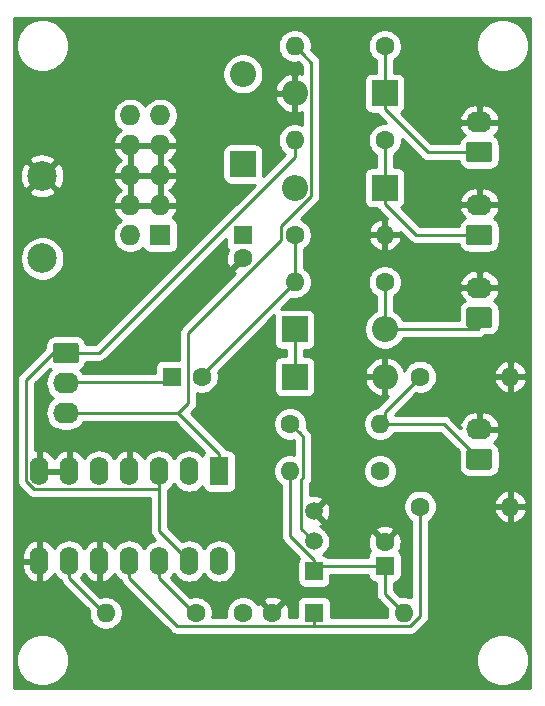
<source format=gbr>
G04 #@! TF.GenerationSoftware,KiCad,Pcbnew,5.1.5-52549c5~84~ubuntu18.04.1*
G04 #@! TF.CreationDate,2020-07-05T07:12:52-04:00*
G04 #@! TF.ProjectId,Suboscillator,5375626f-7363-4696-9c6c-61746f722e6b,rev?*
G04 #@! TF.SameCoordinates,Original*
G04 #@! TF.FileFunction,Copper,L1,Top*
G04 #@! TF.FilePolarity,Positive*
%FSLAX46Y46*%
G04 Gerber Fmt 4.6, Leading zero omitted, Abs format (unit mm)*
G04 Created by KiCad (PCBNEW 5.1.5-52549c5~84~ubuntu18.04.1) date 2020-07-05 07:12:52*
%MOMM*%
%LPD*%
G04 APERTURE LIST*
%ADD10O,1.600000X2.400000*%
%ADD11R,1.600000X2.400000*%
%ADD12O,1.600000X1.600000*%
%ADD13C,1.600000*%
%ADD14R,1.500000X1.500000*%
%ADD15C,1.500000*%
%ADD16C,2.499360*%
%ADD17O,2.200000X1.740000*%
%ADD18C,0.100000*%
%ADD19O,1.727200X1.727200*%
%ADD20R,1.727200X1.727200*%
%ADD21O,2.200000X2.200000*%
%ADD22R,2.200000X2.200000*%
%ADD23R,1.600000X1.600000*%
%ADD24C,0.250000*%
%ADD25C,0.254000*%
G04 APERTURE END LIST*
D10*
X145000000Y-80620000D03*
X129760000Y-73000000D03*
X142460000Y-80620000D03*
X132300000Y-73000000D03*
X139920000Y-80620000D03*
X134840000Y-73000000D03*
X137380000Y-80620000D03*
X137380000Y-73000000D03*
X134840000Y-80620000D03*
X139920000Y-73000000D03*
X132300000Y-80620000D03*
X142460000Y-73000000D03*
X129760000Y-80620000D03*
D11*
X145000000Y-73000000D03*
D12*
X151380000Y-57000000D03*
D13*
X159000000Y-57000000D03*
D12*
X159000000Y-53000000D03*
D13*
X151380000Y-53000000D03*
D12*
X151380000Y-37000000D03*
D13*
X159000000Y-37000000D03*
D12*
X151380000Y-45000000D03*
D13*
X159000000Y-45000000D03*
D12*
X135380000Y-85000000D03*
D13*
X143000000Y-85000000D03*
D12*
X169620000Y-76000000D03*
D13*
X162000000Y-76000000D03*
D12*
X151000000Y-73000000D03*
D13*
X158620000Y-73000000D03*
D12*
X158620000Y-69000000D03*
D13*
X151000000Y-69000000D03*
D12*
X169620000Y-65000000D03*
D13*
X162000000Y-65000000D03*
D14*
X153000000Y-81500000D03*
D15*
X153000000Y-76420000D03*
X153000000Y-78960000D03*
D16*
X130000000Y-48000000D03*
X130000000Y-55000000D03*
D17*
X167000000Y-43460000D03*
G04 #@! TA.AperFunction,ComponentPad*
D18*
G36*
X167874505Y-45131204D02*
G01*
X167898773Y-45134804D01*
X167922572Y-45140765D01*
X167945671Y-45149030D01*
X167967850Y-45159520D01*
X167988893Y-45172132D01*
X168008599Y-45186747D01*
X168026777Y-45203223D01*
X168043253Y-45221401D01*
X168057868Y-45241107D01*
X168070480Y-45262150D01*
X168080970Y-45284329D01*
X168089235Y-45307428D01*
X168095196Y-45331227D01*
X168098796Y-45355495D01*
X168100000Y-45379999D01*
X168100000Y-46620001D01*
X168098796Y-46644505D01*
X168095196Y-46668773D01*
X168089235Y-46692572D01*
X168080970Y-46715671D01*
X168070480Y-46737850D01*
X168057868Y-46758893D01*
X168043253Y-46778599D01*
X168026777Y-46796777D01*
X168008599Y-46813253D01*
X167988893Y-46827868D01*
X167967850Y-46840480D01*
X167945671Y-46850970D01*
X167922572Y-46859235D01*
X167898773Y-46865196D01*
X167874505Y-46868796D01*
X167850001Y-46870000D01*
X166149999Y-46870000D01*
X166125495Y-46868796D01*
X166101227Y-46865196D01*
X166077428Y-46859235D01*
X166054329Y-46850970D01*
X166032150Y-46840480D01*
X166011107Y-46827868D01*
X165991401Y-46813253D01*
X165973223Y-46796777D01*
X165956747Y-46778599D01*
X165942132Y-46758893D01*
X165929520Y-46737850D01*
X165919030Y-46715671D01*
X165910765Y-46692572D01*
X165904804Y-46668773D01*
X165901204Y-46644505D01*
X165900000Y-46620001D01*
X165900000Y-45379999D01*
X165901204Y-45355495D01*
X165904804Y-45331227D01*
X165910765Y-45307428D01*
X165919030Y-45284329D01*
X165929520Y-45262150D01*
X165942132Y-45241107D01*
X165956747Y-45221401D01*
X165973223Y-45203223D01*
X165991401Y-45186747D01*
X166011107Y-45172132D01*
X166032150Y-45159520D01*
X166054329Y-45149030D01*
X166077428Y-45140765D01*
X166101227Y-45134804D01*
X166125495Y-45131204D01*
X166149999Y-45130000D01*
X167850001Y-45130000D01*
X167874505Y-45131204D01*
G37*
G04 #@! TD.AperFunction*
D17*
X167000000Y-57460000D03*
G04 #@! TA.AperFunction,ComponentPad*
D18*
G36*
X167874505Y-59131204D02*
G01*
X167898773Y-59134804D01*
X167922572Y-59140765D01*
X167945671Y-59149030D01*
X167967850Y-59159520D01*
X167988893Y-59172132D01*
X168008599Y-59186747D01*
X168026777Y-59203223D01*
X168043253Y-59221401D01*
X168057868Y-59241107D01*
X168070480Y-59262150D01*
X168080970Y-59284329D01*
X168089235Y-59307428D01*
X168095196Y-59331227D01*
X168098796Y-59355495D01*
X168100000Y-59379999D01*
X168100000Y-60620001D01*
X168098796Y-60644505D01*
X168095196Y-60668773D01*
X168089235Y-60692572D01*
X168080970Y-60715671D01*
X168070480Y-60737850D01*
X168057868Y-60758893D01*
X168043253Y-60778599D01*
X168026777Y-60796777D01*
X168008599Y-60813253D01*
X167988893Y-60827868D01*
X167967850Y-60840480D01*
X167945671Y-60850970D01*
X167922572Y-60859235D01*
X167898773Y-60865196D01*
X167874505Y-60868796D01*
X167850001Y-60870000D01*
X166149999Y-60870000D01*
X166125495Y-60868796D01*
X166101227Y-60865196D01*
X166077428Y-60859235D01*
X166054329Y-60850970D01*
X166032150Y-60840480D01*
X166011107Y-60827868D01*
X165991401Y-60813253D01*
X165973223Y-60796777D01*
X165956747Y-60778599D01*
X165942132Y-60758893D01*
X165929520Y-60737850D01*
X165919030Y-60715671D01*
X165910765Y-60692572D01*
X165904804Y-60668773D01*
X165901204Y-60644505D01*
X165900000Y-60620001D01*
X165900000Y-59379999D01*
X165901204Y-59355495D01*
X165904804Y-59331227D01*
X165910765Y-59307428D01*
X165919030Y-59284329D01*
X165929520Y-59262150D01*
X165942132Y-59241107D01*
X165956747Y-59221401D01*
X165973223Y-59203223D01*
X165991401Y-59186747D01*
X166011107Y-59172132D01*
X166032150Y-59159520D01*
X166054329Y-59149030D01*
X166077428Y-59140765D01*
X166101227Y-59134804D01*
X166125495Y-59131204D01*
X166149999Y-59130000D01*
X167850001Y-59130000D01*
X167874505Y-59131204D01*
G37*
G04 #@! TD.AperFunction*
D17*
X167000000Y-50460000D03*
G04 #@! TA.AperFunction,ComponentPad*
D18*
G36*
X167874505Y-52131204D02*
G01*
X167898773Y-52134804D01*
X167922572Y-52140765D01*
X167945671Y-52149030D01*
X167967850Y-52159520D01*
X167988893Y-52172132D01*
X168008599Y-52186747D01*
X168026777Y-52203223D01*
X168043253Y-52221401D01*
X168057868Y-52241107D01*
X168070480Y-52262150D01*
X168080970Y-52284329D01*
X168089235Y-52307428D01*
X168095196Y-52331227D01*
X168098796Y-52355495D01*
X168100000Y-52379999D01*
X168100000Y-53620001D01*
X168098796Y-53644505D01*
X168095196Y-53668773D01*
X168089235Y-53692572D01*
X168080970Y-53715671D01*
X168070480Y-53737850D01*
X168057868Y-53758893D01*
X168043253Y-53778599D01*
X168026777Y-53796777D01*
X168008599Y-53813253D01*
X167988893Y-53827868D01*
X167967850Y-53840480D01*
X167945671Y-53850970D01*
X167922572Y-53859235D01*
X167898773Y-53865196D01*
X167874505Y-53868796D01*
X167850001Y-53870000D01*
X166149999Y-53870000D01*
X166125495Y-53868796D01*
X166101227Y-53865196D01*
X166077428Y-53859235D01*
X166054329Y-53850970D01*
X166032150Y-53840480D01*
X166011107Y-53827868D01*
X165991401Y-53813253D01*
X165973223Y-53796777D01*
X165956747Y-53778599D01*
X165942132Y-53758893D01*
X165929520Y-53737850D01*
X165919030Y-53715671D01*
X165910765Y-53692572D01*
X165904804Y-53668773D01*
X165901204Y-53644505D01*
X165900000Y-53620001D01*
X165900000Y-52379999D01*
X165901204Y-52355495D01*
X165904804Y-52331227D01*
X165910765Y-52307428D01*
X165919030Y-52284329D01*
X165929520Y-52262150D01*
X165942132Y-52241107D01*
X165956747Y-52221401D01*
X165973223Y-52203223D01*
X165991401Y-52186747D01*
X166011107Y-52172132D01*
X166032150Y-52159520D01*
X166054329Y-52149030D01*
X166077428Y-52140765D01*
X166101227Y-52134804D01*
X166125495Y-52131204D01*
X166149999Y-52130000D01*
X167850001Y-52130000D01*
X167874505Y-52131204D01*
G37*
G04 #@! TD.AperFunction*
D17*
X132000000Y-68080000D03*
X132000000Y-65540000D03*
G04 #@! TA.AperFunction,ComponentPad*
D18*
G36*
X132874505Y-62131204D02*
G01*
X132898773Y-62134804D01*
X132922572Y-62140765D01*
X132945671Y-62149030D01*
X132967850Y-62159520D01*
X132988893Y-62172132D01*
X133008599Y-62186747D01*
X133026777Y-62203223D01*
X133043253Y-62221401D01*
X133057868Y-62241107D01*
X133070480Y-62262150D01*
X133080970Y-62284329D01*
X133089235Y-62307428D01*
X133095196Y-62331227D01*
X133098796Y-62355495D01*
X133100000Y-62379999D01*
X133100000Y-63620001D01*
X133098796Y-63644505D01*
X133095196Y-63668773D01*
X133089235Y-63692572D01*
X133080970Y-63715671D01*
X133070480Y-63737850D01*
X133057868Y-63758893D01*
X133043253Y-63778599D01*
X133026777Y-63796777D01*
X133008599Y-63813253D01*
X132988893Y-63827868D01*
X132967850Y-63840480D01*
X132945671Y-63850970D01*
X132922572Y-63859235D01*
X132898773Y-63865196D01*
X132874505Y-63868796D01*
X132850001Y-63870000D01*
X131149999Y-63870000D01*
X131125495Y-63868796D01*
X131101227Y-63865196D01*
X131077428Y-63859235D01*
X131054329Y-63850970D01*
X131032150Y-63840480D01*
X131011107Y-63827868D01*
X130991401Y-63813253D01*
X130973223Y-63796777D01*
X130956747Y-63778599D01*
X130942132Y-63758893D01*
X130929520Y-63737850D01*
X130919030Y-63715671D01*
X130910765Y-63692572D01*
X130904804Y-63668773D01*
X130901204Y-63644505D01*
X130900000Y-63620001D01*
X130900000Y-62379999D01*
X130901204Y-62355495D01*
X130904804Y-62331227D01*
X130910765Y-62307428D01*
X130919030Y-62284329D01*
X130929520Y-62262150D01*
X130942132Y-62241107D01*
X130956747Y-62221401D01*
X130973223Y-62203223D01*
X130991401Y-62186747D01*
X131011107Y-62172132D01*
X131032150Y-62159520D01*
X131054329Y-62149030D01*
X131077428Y-62140765D01*
X131101227Y-62134804D01*
X131125495Y-62131204D01*
X131149999Y-62130000D01*
X132850001Y-62130000D01*
X132874505Y-62131204D01*
G37*
G04 #@! TD.AperFunction*
D19*
X137460000Y-42880000D03*
X140000000Y-42880000D03*
X137460000Y-45420000D03*
X140000000Y-45420000D03*
X137460000Y-47960000D03*
X140000000Y-47960000D03*
X137460000Y-50500000D03*
X140000000Y-50500000D03*
X137460000Y-53040000D03*
D20*
X140000000Y-53040000D03*
D17*
X167000000Y-69460000D03*
G04 #@! TA.AperFunction,ComponentPad*
D18*
G36*
X167874505Y-71131204D02*
G01*
X167898773Y-71134804D01*
X167922572Y-71140765D01*
X167945671Y-71149030D01*
X167967850Y-71159520D01*
X167988893Y-71172132D01*
X168008599Y-71186747D01*
X168026777Y-71203223D01*
X168043253Y-71221401D01*
X168057868Y-71241107D01*
X168070480Y-71262150D01*
X168080970Y-71284329D01*
X168089235Y-71307428D01*
X168095196Y-71331227D01*
X168098796Y-71355495D01*
X168100000Y-71379999D01*
X168100000Y-72620001D01*
X168098796Y-72644505D01*
X168095196Y-72668773D01*
X168089235Y-72692572D01*
X168080970Y-72715671D01*
X168070480Y-72737850D01*
X168057868Y-72758893D01*
X168043253Y-72778599D01*
X168026777Y-72796777D01*
X168008599Y-72813253D01*
X167988893Y-72827868D01*
X167967850Y-72840480D01*
X167945671Y-72850970D01*
X167922572Y-72859235D01*
X167898773Y-72865196D01*
X167874505Y-72868796D01*
X167850001Y-72870000D01*
X166149999Y-72870000D01*
X166125495Y-72868796D01*
X166101227Y-72865196D01*
X166077428Y-72859235D01*
X166054329Y-72850970D01*
X166032150Y-72840480D01*
X166011107Y-72827868D01*
X165991401Y-72813253D01*
X165973223Y-72796777D01*
X165956747Y-72778599D01*
X165942132Y-72758893D01*
X165929520Y-72737850D01*
X165919030Y-72715671D01*
X165910765Y-72692572D01*
X165904804Y-72668773D01*
X165901204Y-72644505D01*
X165900000Y-72620001D01*
X165900000Y-71379999D01*
X165901204Y-71355495D01*
X165904804Y-71331227D01*
X165910765Y-71307428D01*
X165919030Y-71284329D01*
X165929520Y-71262150D01*
X165942132Y-71241107D01*
X165956747Y-71221401D01*
X165973223Y-71203223D01*
X165991401Y-71186747D01*
X166011107Y-71172132D01*
X166032150Y-71159520D01*
X166054329Y-71149030D01*
X166077428Y-71140765D01*
X166101227Y-71134804D01*
X166125495Y-71131204D01*
X166149999Y-71130000D01*
X167850001Y-71130000D01*
X167874505Y-71131204D01*
G37*
G04 #@! TD.AperFunction*
D21*
X159000000Y-65000000D03*
D22*
X151380000Y-65000000D03*
D21*
X159000000Y-61000000D03*
D22*
X151380000Y-61000000D03*
D21*
X151380000Y-41000000D03*
D22*
X159000000Y-41000000D03*
D21*
X151380000Y-49000000D03*
D22*
X159000000Y-49000000D03*
D21*
X147000000Y-39380000D03*
D22*
X147000000Y-47000000D03*
D12*
X160620000Y-85000000D03*
D23*
X153000000Y-85000000D03*
D13*
X143500000Y-65000000D03*
D23*
X141000000Y-65000000D03*
D13*
X149500000Y-85000000D03*
X147000000Y-85000000D03*
X147000000Y-55000000D03*
D23*
X147000000Y-53000000D03*
D13*
X159000000Y-79000000D03*
D23*
X159000000Y-81000000D03*
D24*
X170000000Y-65000000D02*
X168868630Y-65000000D01*
X152125001Y-70125001D02*
X151799999Y-69799999D01*
X152125001Y-73540001D02*
X152125001Y-70125001D01*
X151924999Y-73740003D02*
X152125001Y-73540001D01*
X151924999Y-77884999D02*
X151924999Y-73740003D01*
X151799999Y-69799999D02*
X151000000Y-69000000D01*
X153000000Y-78960000D02*
X151924999Y-77884999D01*
X133350000Y-68080000D02*
X132000000Y-68080000D01*
X141530000Y-68080000D02*
X133350000Y-68080000D01*
X145000000Y-71550000D02*
X141530000Y-68080000D01*
X145000000Y-73000000D02*
X145000000Y-71550000D01*
X152179999Y-37799999D02*
X151380000Y-37000000D01*
X152805001Y-38425001D02*
X152179999Y-37799999D01*
X152805001Y-49684001D02*
X152805001Y-38425001D01*
X150254999Y-52234003D02*
X152805001Y-49684001D01*
X150254999Y-53410003D02*
X150254999Y-52234003D01*
X142374999Y-61290003D02*
X150254999Y-53410003D01*
X142374999Y-67235001D02*
X142374999Y-61290003D01*
X141530000Y-68080000D02*
X142374999Y-67235001D01*
X142260000Y-80420000D02*
X142460000Y-80220000D01*
X139920000Y-73000000D02*
X139920000Y-78080000D01*
X139920000Y-78080000D02*
X142260000Y-80420000D01*
X130900000Y-63000000D02*
X132000000Y-63000000D01*
X128634990Y-65265010D02*
X130900000Y-63000000D01*
X128634990Y-73865994D02*
X128634990Y-65265010D01*
X129294006Y-74525010D02*
X128634990Y-73865994D01*
X139844990Y-74525010D02*
X129294006Y-74525010D01*
X139920000Y-74450000D02*
X139844990Y-74525010D01*
X139920000Y-73000000D02*
X139920000Y-74450000D01*
X151380000Y-46131370D02*
X151380000Y-45000000D01*
X151380000Y-46434998D02*
X151380000Y-46131370D01*
X134814998Y-63000000D02*
X151380000Y-46434998D01*
X132000000Y-63000000D02*
X134814998Y-63000000D01*
X159000000Y-83380000D02*
X159000000Y-81000000D01*
X160620000Y-85000000D02*
X159000000Y-83380000D01*
X153500000Y-81000000D02*
X153000000Y-81500000D01*
X159000000Y-81000000D02*
X153500000Y-81000000D01*
X151000000Y-74131370D02*
X151000000Y-73000000D01*
X151000000Y-78500000D02*
X151000000Y-74131370D01*
X153000000Y-80500000D02*
X151000000Y-78500000D01*
X153000000Y-81500000D02*
X153000000Y-80500000D01*
X141435001Y-86125001D02*
X152924999Y-86125001D01*
X152924999Y-86125001D02*
X153000000Y-86050000D01*
X137380000Y-82070000D02*
X141435001Y-86125001D01*
X137380000Y-80620000D02*
X137380000Y-82070000D01*
X153000000Y-86050000D02*
X153000000Y-85000000D01*
X153075001Y-86125001D02*
X153000000Y-86050000D01*
X161160001Y-86125001D02*
X153075001Y-86125001D01*
X162000000Y-85285002D02*
X161160001Y-86125001D01*
X162000000Y-76000000D02*
X162000000Y-85285002D01*
X159000000Y-45000000D02*
X159000000Y-49000000D01*
X165900000Y-53000000D02*
X167000000Y-53000000D01*
X161650000Y-53000000D02*
X165900000Y-53000000D01*
X159000000Y-50350000D02*
X161650000Y-53000000D01*
X159000000Y-49000000D02*
X159000000Y-50350000D01*
X159000000Y-37000000D02*
X159000000Y-41000000D01*
X165900000Y-46000000D02*
X167000000Y-46000000D01*
X159000000Y-42350000D02*
X162650000Y-46000000D01*
X162650000Y-46000000D02*
X165900000Y-46000000D01*
X159000000Y-41000000D02*
X159000000Y-42350000D01*
X151380000Y-61000000D02*
X151380000Y-65000000D01*
X159000000Y-57000000D02*
X159000000Y-61000000D01*
X167000000Y-60870000D02*
X167000000Y-60000000D01*
X166870000Y-61000000D02*
X167000000Y-60870000D01*
X159000000Y-61000000D02*
X166870000Y-61000000D01*
X164000000Y-69000000D02*
X167000000Y-72000000D01*
X158620000Y-69000000D02*
X164000000Y-69000000D01*
X162000000Y-65000000D02*
X159000000Y-68000000D01*
X159000000Y-68620000D02*
X158620000Y-69000000D01*
X159000000Y-68000000D02*
X159000000Y-68620000D01*
X135230000Y-85000000D02*
X135380000Y-85000000D01*
X132300000Y-82070000D02*
X135230000Y-85000000D01*
X132300000Y-80620000D02*
X132300000Y-82070000D01*
X142850000Y-85000000D02*
X143000000Y-85000000D01*
X139920000Y-82070000D02*
X142850000Y-85000000D01*
X139920000Y-80620000D02*
X139920000Y-82070000D01*
X151380000Y-53000000D02*
X151380000Y-57000000D01*
X143500000Y-64880000D02*
X143500000Y-65000000D01*
X151380000Y-57000000D02*
X143500000Y-64880000D01*
X140540000Y-65460000D02*
X141000000Y-65000000D01*
X132000000Y-65460000D02*
X140540000Y-65460000D01*
D25*
G36*
X171340001Y-91340000D02*
G01*
X127660000Y-91340000D01*
X127660000Y-88779872D01*
X127765000Y-88779872D01*
X127765000Y-89220128D01*
X127850890Y-89651925D01*
X128019369Y-90058669D01*
X128263962Y-90424729D01*
X128575271Y-90736038D01*
X128941331Y-90980631D01*
X129348075Y-91149110D01*
X129779872Y-91235000D01*
X130220128Y-91235000D01*
X130651925Y-91149110D01*
X131058669Y-90980631D01*
X131424729Y-90736038D01*
X131736038Y-90424729D01*
X131980631Y-90058669D01*
X132149110Y-89651925D01*
X132235000Y-89220128D01*
X132235000Y-88779872D01*
X166765000Y-88779872D01*
X166765000Y-89220128D01*
X166850890Y-89651925D01*
X167019369Y-90058669D01*
X167263962Y-90424729D01*
X167575271Y-90736038D01*
X167941331Y-90980631D01*
X168348075Y-91149110D01*
X168779872Y-91235000D01*
X169220128Y-91235000D01*
X169651925Y-91149110D01*
X170058669Y-90980631D01*
X170424729Y-90736038D01*
X170736038Y-90424729D01*
X170980631Y-90058669D01*
X171149110Y-89651925D01*
X171235000Y-89220128D01*
X171235000Y-88779872D01*
X171149110Y-88348075D01*
X170980631Y-87941331D01*
X170736038Y-87575271D01*
X170424729Y-87263962D01*
X170058669Y-87019369D01*
X169651925Y-86850890D01*
X169220128Y-86765000D01*
X168779872Y-86765000D01*
X168348075Y-86850890D01*
X167941331Y-87019369D01*
X167575271Y-87263962D01*
X167263962Y-87575271D01*
X167019369Y-87941331D01*
X166850890Y-88348075D01*
X166765000Y-88779872D01*
X132235000Y-88779872D01*
X132149110Y-88348075D01*
X131980631Y-87941331D01*
X131736038Y-87575271D01*
X131424729Y-87263962D01*
X131058669Y-87019369D01*
X130651925Y-86850890D01*
X130220128Y-86765000D01*
X129779872Y-86765000D01*
X129348075Y-86850890D01*
X128941331Y-87019369D01*
X128575271Y-87263962D01*
X128263962Y-87575271D01*
X128019369Y-87941331D01*
X127850890Y-88348075D01*
X127765000Y-88779872D01*
X127660000Y-88779872D01*
X127660000Y-80747000D01*
X128325000Y-80747000D01*
X128325000Y-81147000D01*
X128377350Y-81424514D01*
X128482834Y-81686483D01*
X128637399Y-81922839D01*
X128835105Y-82124500D01*
X129068354Y-82283715D01*
X129328182Y-82394367D01*
X129410961Y-82411904D01*
X129633000Y-82289915D01*
X129633000Y-80747000D01*
X128325000Y-80747000D01*
X127660000Y-80747000D01*
X127660000Y-80093000D01*
X128325000Y-80093000D01*
X128325000Y-80493000D01*
X129633000Y-80493000D01*
X129633000Y-78950085D01*
X129887000Y-78950085D01*
X129887000Y-80493000D01*
X129907000Y-80493000D01*
X129907000Y-80747000D01*
X129887000Y-80747000D01*
X129887000Y-82289915D01*
X130109039Y-82411904D01*
X130191818Y-82394367D01*
X130451646Y-82283715D01*
X130684895Y-82124500D01*
X130882601Y-81922839D01*
X131032735Y-81693258D01*
X131101068Y-81821100D01*
X131280392Y-82039607D01*
X131498899Y-82218932D01*
X131561061Y-82252158D01*
X131594454Y-82362246D01*
X131665026Y-82494276D01*
X131736201Y-82581002D01*
X131760000Y-82610001D01*
X131788998Y-82633799D01*
X133956425Y-84801227D01*
X133945000Y-84858665D01*
X133945000Y-85141335D01*
X134000147Y-85418574D01*
X134108320Y-85679727D01*
X134265363Y-85914759D01*
X134465241Y-86114637D01*
X134700273Y-86271680D01*
X134961426Y-86379853D01*
X135238665Y-86435000D01*
X135521335Y-86435000D01*
X135798574Y-86379853D01*
X136059727Y-86271680D01*
X136294759Y-86114637D01*
X136494637Y-85914759D01*
X136651680Y-85679727D01*
X136759853Y-85418574D01*
X136815000Y-85141335D01*
X136815000Y-84858665D01*
X136759853Y-84581426D01*
X136651680Y-84320273D01*
X136494637Y-84085241D01*
X136294759Y-83885363D01*
X136059727Y-83728320D01*
X135798574Y-83620147D01*
X135521335Y-83565000D01*
X135238665Y-83565000D01*
X134961426Y-83620147D01*
X134935633Y-83630831D01*
X133330787Y-82025986D01*
X133498932Y-81821101D01*
X133567265Y-81693259D01*
X133717399Y-81922839D01*
X133915105Y-82124500D01*
X134148354Y-82283715D01*
X134408182Y-82394367D01*
X134490961Y-82411904D01*
X134713000Y-82289915D01*
X134713000Y-80747000D01*
X134693000Y-80747000D01*
X134693000Y-80493000D01*
X134713000Y-80493000D01*
X134713000Y-78950085D01*
X134490961Y-78828096D01*
X134408182Y-78845633D01*
X134148354Y-78956285D01*
X133915105Y-79115500D01*
X133717399Y-79317161D01*
X133567265Y-79546741D01*
X133498932Y-79418899D01*
X133319608Y-79200392D01*
X133101101Y-79021068D01*
X132851808Y-78887818D01*
X132581309Y-78805764D01*
X132300000Y-78778057D01*
X132018692Y-78805764D01*
X131748193Y-78887818D01*
X131498900Y-79021068D01*
X131280393Y-79200392D01*
X131101068Y-79418899D01*
X131032735Y-79546741D01*
X130882601Y-79317161D01*
X130684895Y-79115500D01*
X130451646Y-78956285D01*
X130191818Y-78845633D01*
X130109039Y-78828096D01*
X129887000Y-78950085D01*
X129633000Y-78950085D01*
X129410961Y-78828096D01*
X129328182Y-78845633D01*
X129068354Y-78956285D01*
X128835105Y-79115500D01*
X128637399Y-79317161D01*
X128482834Y-79553517D01*
X128377350Y-79815486D01*
X128325000Y-80093000D01*
X127660000Y-80093000D01*
X127660000Y-65265010D01*
X127871314Y-65265010D01*
X127874991Y-65302342D01*
X127874990Y-73828672D01*
X127871314Y-73865994D01*
X127874990Y-73903316D01*
X127874990Y-73903326D01*
X127885987Y-74014979D01*
X127929297Y-74157754D01*
X127929444Y-74158240D01*
X128000016Y-74290270D01*
X128039861Y-74338820D01*
X128094989Y-74405995D01*
X128123992Y-74429797D01*
X128730206Y-75036012D01*
X128754005Y-75065011D01*
X128869730Y-75159984D01*
X129001759Y-75230556D01*
X129145020Y-75274013D01*
X129256673Y-75285010D01*
X129256682Y-75285010D01*
X129294005Y-75288686D01*
X129331328Y-75285010D01*
X139160000Y-75285010D01*
X139160001Y-78042668D01*
X139156324Y-78080000D01*
X139170998Y-78228985D01*
X139214454Y-78372246D01*
X139285026Y-78504276D01*
X139355826Y-78590545D01*
X139380000Y-78620001D01*
X139408998Y-78643799D01*
X139586726Y-78821527D01*
X139368193Y-78887818D01*
X139118900Y-79021068D01*
X138900393Y-79200392D01*
X138721068Y-79418899D01*
X138650000Y-79551858D01*
X138578932Y-79418899D01*
X138399608Y-79200392D01*
X138181101Y-79021068D01*
X137931808Y-78887818D01*
X137661309Y-78805764D01*
X137380000Y-78778057D01*
X137098692Y-78805764D01*
X136828193Y-78887818D01*
X136578900Y-79021068D01*
X136360393Y-79200392D01*
X136181068Y-79418899D01*
X136112735Y-79546741D01*
X135962601Y-79317161D01*
X135764895Y-79115500D01*
X135531646Y-78956285D01*
X135271818Y-78845633D01*
X135189039Y-78828096D01*
X134967000Y-78950085D01*
X134967000Y-80493000D01*
X134987000Y-80493000D01*
X134987000Y-80747000D01*
X134967000Y-80747000D01*
X134967000Y-82289915D01*
X135189039Y-82411904D01*
X135271818Y-82394367D01*
X135531646Y-82283715D01*
X135764895Y-82124500D01*
X135962601Y-81922839D01*
X136112735Y-81693258D01*
X136181068Y-81821100D01*
X136360392Y-82039607D01*
X136578899Y-82218932D01*
X136641061Y-82252158D01*
X136674454Y-82362246D01*
X136745026Y-82494276D01*
X136816201Y-82581002D01*
X136840000Y-82610001D01*
X136868998Y-82633799D01*
X140871206Y-86636009D01*
X140895000Y-86665002D01*
X140923993Y-86688796D01*
X140923997Y-86688800D01*
X140994686Y-86746812D01*
X141010725Y-86759975D01*
X141142754Y-86830547D01*
X141286015Y-86874004D01*
X141397668Y-86885001D01*
X141397677Y-86885001D01*
X141435000Y-86888677D01*
X141472323Y-86885001D01*
X152887677Y-86885001D01*
X152924999Y-86888677D01*
X152962321Y-86885001D01*
X152962332Y-86885001D01*
X153000000Y-86881291D01*
X153037668Y-86885001D01*
X153037678Y-86885001D01*
X153075000Y-86888677D01*
X153112323Y-86885001D01*
X161122679Y-86885001D01*
X161160001Y-86888677D01*
X161197323Y-86885001D01*
X161197334Y-86885001D01*
X161308987Y-86874004D01*
X161452248Y-86830547D01*
X161584277Y-86759975D01*
X161700002Y-86665002D01*
X161723804Y-86635999D01*
X162511003Y-85848801D01*
X162540001Y-85825003D01*
X162602373Y-85749003D01*
X162634974Y-85709279D01*
X162705546Y-85577249D01*
X162725945Y-85510000D01*
X162749003Y-85433988D01*
X162760000Y-85322335D01*
X162760000Y-85322325D01*
X162763676Y-85285002D01*
X162760000Y-85247679D01*
X162760000Y-77218043D01*
X162914759Y-77114637D01*
X163114637Y-76914759D01*
X163271680Y-76679727D01*
X163379853Y-76418574D01*
X163393684Y-76349039D01*
X168228096Y-76349039D01*
X168268754Y-76483087D01*
X168388963Y-76737420D01*
X168556481Y-76963414D01*
X168764869Y-77152385D01*
X169006119Y-77297070D01*
X169270960Y-77391909D01*
X169493000Y-77270624D01*
X169493000Y-76127000D01*
X169747000Y-76127000D01*
X169747000Y-77270624D01*
X169969040Y-77391909D01*
X170233881Y-77297070D01*
X170475131Y-77152385D01*
X170683519Y-76963414D01*
X170851037Y-76737420D01*
X170971246Y-76483087D01*
X171011904Y-76349039D01*
X170889915Y-76127000D01*
X169747000Y-76127000D01*
X169493000Y-76127000D01*
X168350085Y-76127000D01*
X168228096Y-76349039D01*
X163393684Y-76349039D01*
X163435000Y-76141335D01*
X163435000Y-75858665D01*
X163393685Y-75650961D01*
X168228096Y-75650961D01*
X168350085Y-75873000D01*
X169493000Y-75873000D01*
X169493000Y-74729376D01*
X169747000Y-74729376D01*
X169747000Y-75873000D01*
X170889915Y-75873000D01*
X171011904Y-75650961D01*
X170971246Y-75516913D01*
X170851037Y-75262580D01*
X170683519Y-75036586D01*
X170475131Y-74847615D01*
X170233881Y-74702930D01*
X169969040Y-74608091D01*
X169747000Y-74729376D01*
X169493000Y-74729376D01*
X169270960Y-74608091D01*
X169006119Y-74702930D01*
X168764869Y-74847615D01*
X168556481Y-75036586D01*
X168388963Y-75262580D01*
X168268754Y-75516913D01*
X168228096Y-75650961D01*
X163393685Y-75650961D01*
X163379853Y-75581426D01*
X163271680Y-75320273D01*
X163114637Y-75085241D01*
X162914759Y-74885363D01*
X162679727Y-74728320D01*
X162418574Y-74620147D01*
X162141335Y-74565000D01*
X161858665Y-74565000D01*
X161581426Y-74620147D01*
X161320273Y-74728320D01*
X161085241Y-74885363D01*
X160885363Y-75085241D01*
X160728320Y-75320273D01*
X160620147Y-75581426D01*
X160565000Y-75858665D01*
X160565000Y-76141335D01*
X160620147Y-76418574D01*
X160728320Y-76679727D01*
X160885363Y-76914759D01*
X161085241Y-77114637D01*
X161240000Y-77218044D01*
X161240001Y-83703581D01*
X161038574Y-83620147D01*
X160761335Y-83565000D01*
X160478665Y-83565000D01*
X160296114Y-83601312D01*
X159760000Y-83065199D01*
X159760000Y-82438072D01*
X159800000Y-82438072D01*
X159924482Y-82425812D01*
X160044180Y-82389502D01*
X160154494Y-82330537D01*
X160251185Y-82251185D01*
X160330537Y-82154494D01*
X160389502Y-82044180D01*
X160425812Y-81924482D01*
X160438072Y-81800000D01*
X160438072Y-80200000D01*
X160425812Y-80075518D01*
X160389502Y-79955820D01*
X160330537Y-79845506D01*
X160251185Y-79748815D01*
X160238242Y-79738193D01*
X160357571Y-79486004D01*
X160426300Y-79211816D01*
X160440217Y-78929488D01*
X160398787Y-78649870D01*
X160303603Y-78383708D01*
X160236671Y-78258486D01*
X159992702Y-78186903D01*
X159179605Y-79000000D01*
X159193748Y-79014143D01*
X159014143Y-79193748D01*
X159000000Y-79179605D01*
X158985858Y-79193748D01*
X158806253Y-79014143D01*
X158820395Y-79000000D01*
X158007298Y-78186903D01*
X157763329Y-78258486D01*
X157642429Y-78513996D01*
X157573700Y-78788184D01*
X157559783Y-79070512D01*
X157601213Y-79350130D01*
X157696397Y-79616292D01*
X157761616Y-79738309D01*
X157748815Y-79748815D01*
X157669463Y-79845506D01*
X157610498Y-79955820D01*
X157574188Y-80075518D01*
X157561928Y-80200000D01*
X157561928Y-80240000D01*
X154129518Y-80240000D01*
X154104494Y-80219463D01*
X153994180Y-80160498D01*
X153874482Y-80124188D01*
X153766517Y-80113555D01*
X153882886Y-80035799D01*
X154075799Y-79842886D01*
X154227371Y-79616043D01*
X154331775Y-79363989D01*
X154385000Y-79096411D01*
X154385000Y-78823589D01*
X154331775Y-78556011D01*
X154227371Y-78303957D01*
X154075799Y-78077114D01*
X154005983Y-78007298D01*
X158186903Y-78007298D01*
X159000000Y-78820395D01*
X159813097Y-78007298D01*
X159741514Y-77763329D01*
X159486004Y-77642429D01*
X159211816Y-77573700D01*
X158929488Y-77559783D01*
X158649870Y-77601213D01*
X158383708Y-77696397D01*
X158258486Y-77763329D01*
X158186903Y-78007298D01*
X154005983Y-78007298D01*
X153882886Y-77884201D01*
X153656043Y-77732629D01*
X153556721Y-77691489D01*
X153598832Y-77676277D01*
X153711863Y-77615860D01*
X153777388Y-77376993D01*
X153000000Y-76599605D01*
X152985858Y-76613748D01*
X152806253Y-76434143D01*
X152820395Y-76420000D01*
X153179605Y-76420000D01*
X153956993Y-77197388D01*
X154195860Y-77131863D01*
X154311760Y-76884884D01*
X154377250Y-76620040D01*
X154389812Y-76347508D01*
X154348965Y-76077762D01*
X154256277Y-75821168D01*
X154195860Y-75708137D01*
X153956993Y-75642612D01*
X153179605Y-76420000D01*
X152820395Y-76420000D01*
X152806253Y-76405858D01*
X152985858Y-76226253D01*
X153000000Y-76240395D01*
X153777388Y-75463007D01*
X153711863Y-75224140D01*
X153464884Y-75108240D01*
X153200040Y-75042750D01*
X152927508Y-75030188D01*
X152684999Y-75066911D01*
X152684999Y-74055636D01*
X152759975Y-73964277D01*
X152830547Y-73832248D01*
X152874004Y-73688987D01*
X152885001Y-73577334D01*
X152885001Y-73577333D01*
X152888678Y-73540001D01*
X152885001Y-73502668D01*
X152885001Y-72858665D01*
X157185000Y-72858665D01*
X157185000Y-73141335D01*
X157240147Y-73418574D01*
X157348320Y-73679727D01*
X157505363Y-73914759D01*
X157705241Y-74114637D01*
X157940273Y-74271680D01*
X158201426Y-74379853D01*
X158478665Y-74435000D01*
X158761335Y-74435000D01*
X159038574Y-74379853D01*
X159299727Y-74271680D01*
X159534759Y-74114637D01*
X159734637Y-73914759D01*
X159891680Y-73679727D01*
X159999853Y-73418574D01*
X160055000Y-73141335D01*
X160055000Y-72858665D01*
X159999853Y-72581426D01*
X159891680Y-72320273D01*
X159734637Y-72085241D01*
X159534759Y-71885363D01*
X159299727Y-71728320D01*
X159038574Y-71620147D01*
X158761335Y-71565000D01*
X158478665Y-71565000D01*
X158201426Y-71620147D01*
X157940273Y-71728320D01*
X157705241Y-71885363D01*
X157505363Y-72085241D01*
X157348320Y-72320273D01*
X157240147Y-72581426D01*
X157185000Y-72858665D01*
X152885001Y-72858665D01*
X152885001Y-70162323D01*
X152888677Y-70125000D01*
X152885001Y-70087677D01*
X152885001Y-70087668D01*
X152874004Y-69976015D01*
X152830547Y-69832754D01*
X152759975Y-69700725D01*
X152665002Y-69585000D01*
X152635998Y-69561197D01*
X152398688Y-69323887D01*
X152435000Y-69141335D01*
X152435000Y-68858665D01*
X157185000Y-68858665D01*
X157185000Y-69141335D01*
X157240147Y-69418574D01*
X157348320Y-69679727D01*
X157505363Y-69914759D01*
X157705241Y-70114637D01*
X157940273Y-70271680D01*
X158201426Y-70379853D01*
X158478665Y-70435000D01*
X158761335Y-70435000D01*
X159038574Y-70379853D01*
X159299727Y-70271680D01*
X159534759Y-70114637D01*
X159734637Y-69914759D01*
X159838043Y-69760000D01*
X163685199Y-69760000D01*
X165265808Y-71340609D01*
X165261928Y-71379999D01*
X165261928Y-72620001D01*
X165278992Y-72793255D01*
X165329528Y-72959851D01*
X165411595Y-73113387D01*
X165522038Y-73247962D01*
X165656613Y-73358405D01*
X165810149Y-73440472D01*
X165976745Y-73491008D01*
X166149999Y-73508072D01*
X167850001Y-73508072D01*
X168023255Y-73491008D01*
X168189851Y-73440472D01*
X168343387Y-73358405D01*
X168477962Y-73247962D01*
X168588405Y-73113387D01*
X168670472Y-72959851D01*
X168721008Y-72793255D01*
X168738072Y-72620001D01*
X168738072Y-71379999D01*
X168721008Y-71206745D01*
X168670472Y-71040149D01*
X168588405Y-70886613D01*
X168477962Y-70752038D01*
X168343387Y-70641595D01*
X168234686Y-70583493D01*
X168390536Y-70430494D01*
X168557571Y-70185437D01*
X168673588Y-69912502D01*
X168691302Y-69820031D01*
X168570246Y-69587000D01*
X167127000Y-69587000D01*
X167127000Y-69607000D01*
X166873000Y-69607000D01*
X166873000Y-69587000D01*
X166853000Y-69587000D01*
X166853000Y-69333000D01*
X166873000Y-69333000D01*
X166873000Y-68109414D01*
X167127000Y-68109414D01*
X167127000Y-69333000D01*
X168570246Y-69333000D01*
X168691302Y-69099969D01*
X168673588Y-69007498D01*
X168557571Y-68734563D01*
X168390536Y-68489506D01*
X168178903Y-68281744D01*
X167930804Y-68119262D01*
X167655773Y-68008304D01*
X167364380Y-67953134D01*
X167127000Y-68109414D01*
X166873000Y-68109414D01*
X166635620Y-67953134D01*
X166344227Y-68008304D01*
X166069196Y-68119262D01*
X165821097Y-68281744D01*
X165609464Y-68489506D01*
X165442429Y-68734563D01*
X165326412Y-69007498D01*
X165308698Y-69099969D01*
X165429753Y-69332998D01*
X165407799Y-69332998D01*
X164563804Y-68489003D01*
X164540001Y-68459999D01*
X164424276Y-68365026D01*
X164292247Y-68294454D01*
X164148986Y-68250997D01*
X164037333Y-68240000D01*
X164037322Y-68240000D01*
X164000000Y-68236324D01*
X163962678Y-68240000D01*
X159838043Y-68240000D01*
X159836745Y-68238056D01*
X161676114Y-66398688D01*
X161858665Y-66435000D01*
X162141335Y-66435000D01*
X162418574Y-66379853D01*
X162679727Y-66271680D01*
X162914759Y-66114637D01*
X163114637Y-65914759D01*
X163271680Y-65679727D01*
X163379853Y-65418574D01*
X163393684Y-65349039D01*
X168228096Y-65349039D01*
X168268754Y-65483087D01*
X168388963Y-65737420D01*
X168556481Y-65963414D01*
X168764869Y-66152385D01*
X169006119Y-66297070D01*
X169270960Y-66391909D01*
X169493000Y-66270624D01*
X169493000Y-65127000D01*
X169747000Y-65127000D01*
X169747000Y-66270624D01*
X169969040Y-66391909D01*
X170233881Y-66297070D01*
X170475131Y-66152385D01*
X170683519Y-65963414D01*
X170851037Y-65737420D01*
X170971246Y-65483087D01*
X171011904Y-65349039D01*
X170889915Y-65127000D01*
X169747000Y-65127000D01*
X169493000Y-65127000D01*
X168350085Y-65127000D01*
X168228096Y-65349039D01*
X163393684Y-65349039D01*
X163435000Y-65141335D01*
X163435000Y-64858665D01*
X163393685Y-64650961D01*
X168228096Y-64650961D01*
X168350085Y-64873000D01*
X169493000Y-64873000D01*
X169493000Y-63729376D01*
X169747000Y-63729376D01*
X169747000Y-64873000D01*
X170889915Y-64873000D01*
X171011904Y-64650961D01*
X170971246Y-64516913D01*
X170851037Y-64262580D01*
X170683519Y-64036586D01*
X170475131Y-63847615D01*
X170233881Y-63702930D01*
X169969040Y-63608091D01*
X169747000Y-63729376D01*
X169493000Y-63729376D01*
X169270960Y-63608091D01*
X169006119Y-63702930D01*
X168764869Y-63847615D01*
X168556481Y-64036586D01*
X168388963Y-64262580D01*
X168268754Y-64516913D01*
X168228096Y-64650961D01*
X163393685Y-64650961D01*
X163379853Y-64581426D01*
X163271680Y-64320273D01*
X163114637Y-64085241D01*
X162914759Y-63885363D01*
X162679727Y-63728320D01*
X162418574Y-63620147D01*
X162141335Y-63565000D01*
X161858665Y-63565000D01*
X161581426Y-63620147D01*
X161320273Y-63728320D01*
X161085241Y-63885363D01*
X160885363Y-64085241D01*
X160728320Y-64320273D01*
X160656063Y-64494716D01*
X160624575Y-64390906D01*
X160474531Y-64085671D01*
X160267822Y-63815573D01*
X160012391Y-63590992D01*
X159718054Y-63420558D01*
X159396123Y-63310821D01*
X159127000Y-63428400D01*
X159127000Y-64873000D01*
X159147000Y-64873000D01*
X159147000Y-65127000D01*
X159127000Y-65127000D01*
X159127000Y-66571600D01*
X159284700Y-66640499D01*
X158489003Y-67436196D01*
X158459999Y-67459999D01*
X158426125Y-67501275D01*
X158365026Y-67575724D01*
X158357920Y-67589018D01*
X158201426Y-67620147D01*
X157940273Y-67728320D01*
X157705241Y-67885363D01*
X157505363Y-68085241D01*
X157348320Y-68320273D01*
X157240147Y-68581426D01*
X157185000Y-68858665D01*
X152435000Y-68858665D01*
X152379853Y-68581426D01*
X152271680Y-68320273D01*
X152114637Y-68085241D01*
X151914759Y-67885363D01*
X151679727Y-67728320D01*
X151418574Y-67620147D01*
X151141335Y-67565000D01*
X150858665Y-67565000D01*
X150581426Y-67620147D01*
X150320273Y-67728320D01*
X150085241Y-67885363D01*
X149885363Y-68085241D01*
X149728320Y-68320273D01*
X149620147Y-68581426D01*
X149565000Y-68858665D01*
X149565000Y-69141335D01*
X149620147Y-69418574D01*
X149728320Y-69679727D01*
X149885363Y-69914759D01*
X150085241Y-70114637D01*
X150320273Y-70271680D01*
X150581426Y-70379853D01*
X150858665Y-70435000D01*
X151141335Y-70435000D01*
X151323887Y-70398688D01*
X151365002Y-70439803D01*
X151365002Y-71609491D01*
X151141335Y-71565000D01*
X150858665Y-71565000D01*
X150581426Y-71620147D01*
X150320273Y-71728320D01*
X150085241Y-71885363D01*
X149885363Y-72085241D01*
X149728320Y-72320273D01*
X149620147Y-72581426D01*
X149565000Y-72858665D01*
X149565000Y-73141335D01*
X149620147Y-73418574D01*
X149728320Y-73679727D01*
X149885363Y-73914759D01*
X150085241Y-74114637D01*
X150240001Y-74218044D01*
X150240000Y-78462677D01*
X150236324Y-78500000D01*
X150240000Y-78537322D01*
X150240000Y-78537332D01*
X150250997Y-78648985D01*
X150290150Y-78778057D01*
X150294454Y-78792246D01*
X150365026Y-78924276D01*
X150394344Y-78960000D01*
X150459999Y-79040001D01*
X150489003Y-79063804D01*
X151765098Y-80339900D01*
X151719463Y-80395506D01*
X151660498Y-80505820D01*
X151624188Y-80625518D01*
X151611928Y-80750000D01*
X151611928Y-82250000D01*
X151624188Y-82374482D01*
X151660498Y-82494180D01*
X151719463Y-82604494D01*
X151798815Y-82701185D01*
X151895506Y-82780537D01*
X152005820Y-82839502D01*
X152125518Y-82875812D01*
X152250000Y-82888072D01*
X153750000Y-82888072D01*
X153874482Y-82875812D01*
X153994180Y-82839502D01*
X154104494Y-82780537D01*
X154201185Y-82701185D01*
X154280537Y-82604494D01*
X154339502Y-82494180D01*
X154375812Y-82374482D01*
X154388072Y-82250000D01*
X154388072Y-81760000D01*
X157561928Y-81760000D01*
X157561928Y-81800000D01*
X157574188Y-81924482D01*
X157610498Y-82044180D01*
X157669463Y-82154494D01*
X157748815Y-82251185D01*
X157845506Y-82330537D01*
X157955820Y-82389502D01*
X158075518Y-82425812D01*
X158200000Y-82438072D01*
X158240000Y-82438072D01*
X158240000Y-83342677D01*
X158236324Y-83380000D01*
X158240000Y-83417322D01*
X158240000Y-83417332D01*
X158250997Y-83528985D01*
X158285409Y-83642429D01*
X158294454Y-83672246D01*
X158365026Y-83804276D01*
X158398863Y-83845506D01*
X158459999Y-83920001D01*
X158489003Y-83943804D01*
X159221312Y-84676114D01*
X159185000Y-84858665D01*
X159185000Y-85141335D01*
X159229491Y-85365001D01*
X154438072Y-85365001D01*
X154438072Y-84200000D01*
X154425812Y-84075518D01*
X154389502Y-83955820D01*
X154330537Y-83845506D01*
X154251185Y-83748815D01*
X154154494Y-83669463D01*
X154044180Y-83610498D01*
X153924482Y-83574188D01*
X153800000Y-83561928D01*
X152200000Y-83561928D01*
X152075518Y-83574188D01*
X151955820Y-83610498D01*
X151845506Y-83669463D01*
X151748815Y-83748815D01*
X151669463Y-83845506D01*
X151610498Y-83955820D01*
X151574188Y-84075518D01*
X151561928Y-84200000D01*
X151561928Y-85365001D01*
X150887902Y-85365001D01*
X150926300Y-85211816D01*
X150940217Y-84929488D01*
X150898787Y-84649870D01*
X150803603Y-84383708D01*
X150736671Y-84258486D01*
X150492702Y-84186903D01*
X149679605Y-85000000D01*
X149693748Y-85014143D01*
X149514143Y-85193748D01*
X149500000Y-85179605D01*
X149485858Y-85193748D01*
X149306253Y-85014143D01*
X149320395Y-85000000D01*
X148507298Y-84186903D01*
X148263329Y-84258486D01*
X148249676Y-84287341D01*
X148114637Y-84085241D01*
X148036694Y-84007298D01*
X148686903Y-84007298D01*
X149500000Y-84820395D01*
X150313097Y-84007298D01*
X150241514Y-83763329D01*
X149986004Y-83642429D01*
X149711816Y-83573700D01*
X149429488Y-83559783D01*
X149149870Y-83601213D01*
X148883708Y-83696397D01*
X148758486Y-83763329D01*
X148686903Y-84007298D01*
X148036694Y-84007298D01*
X147914759Y-83885363D01*
X147679727Y-83728320D01*
X147418574Y-83620147D01*
X147141335Y-83565000D01*
X146858665Y-83565000D01*
X146581426Y-83620147D01*
X146320273Y-83728320D01*
X146085241Y-83885363D01*
X145885363Y-84085241D01*
X145728320Y-84320273D01*
X145620147Y-84581426D01*
X145565000Y-84858665D01*
X145565000Y-85141335D01*
X145609491Y-85365001D01*
X144390509Y-85365001D01*
X144435000Y-85141335D01*
X144435000Y-84858665D01*
X144379853Y-84581426D01*
X144271680Y-84320273D01*
X144114637Y-84085241D01*
X143914759Y-83885363D01*
X143679727Y-83728320D01*
X143418574Y-83620147D01*
X143141335Y-83565000D01*
X142858665Y-83565000D01*
X142581426Y-83620147D01*
X142555633Y-83630831D01*
X140950787Y-82025986D01*
X141118932Y-81821101D01*
X141190000Y-81688142D01*
X141261068Y-81821100D01*
X141440392Y-82039607D01*
X141658899Y-82218932D01*
X141908192Y-82352182D01*
X142178691Y-82434236D01*
X142460000Y-82461943D01*
X142741308Y-82434236D01*
X143011807Y-82352182D01*
X143261100Y-82218932D01*
X143479607Y-82039608D01*
X143658932Y-81821101D01*
X143730000Y-81688142D01*
X143801068Y-81821100D01*
X143980392Y-82039607D01*
X144198899Y-82218932D01*
X144448192Y-82352182D01*
X144718691Y-82434236D01*
X145000000Y-82461943D01*
X145281308Y-82434236D01*
X145551807Y-82352182D01*
X145801100Y-82218932D01*
X146019607Y-82039608D01*
X146198932Y-81821101D01*
X146332182Y-81571808D01*
X146414236Y-81301309D01*
X146435000Y-81090492D01*
X146435000Y-80149509D01*
X146414236Y-79938691D01*
X146332182Y-79668192D01*
X146198932Y-79418899D01*
X146019608Y-79200392D01*
X145801101Y-79021068D01*
X145551808Y-78887818D01*
X145281309Y-78805764D01*
X145000000Y-78778057D01*
X144718692Y-78805764D01*
X144448193Y-78887818D01*
X144198900Y-79021068D01*
X143980393Y-79200392D01*
X143801068Y-79418899D01*
X143730000Y-79551858D01*
X143658932Y-79418899D01*
X143479608Y-79200392D01*
X143261101Y-79021068D01*
X143011808Y-78887818D01*
X142741309Y-78805764D01*
X142460000Y-78778057D01*
X142178692Y-78805764D01*
X141908193Y-78887818D01*
X141839394Y-78924592D01*
X140680000Y-77765199D01*
X140680000Y-74620900D01*
X140721100Y-74598932D01*
X140939607Y-74419608D01*
X141118932Y-74201101D01*
X141190000Y-74068142D01*
X141261068Y-74201100D01*
X141440392Y-74419607D01*
X141658899Y-74598932D01*
X141908192Y-74732182D01*
X142178691Y-74814236D01*
X142460000Y-74841943D01*
X142741308Y-74814236D01*
X143011807Y-74732182D01*
X143261100Y-74598932D01*
X143479607Y-74419608D01*
X143572419Y-74306517D01*
X143574188Y-74324482D01*
X143610498Y-74444180D01*
X143669463Y-74554494D01*
X143748815Y-74651185D01*
X143845506Y-74730537D01*
X143955820Y-74789502D01*
X144075518Y-74825812D01*
X144200000Y-74838072D01*
X145800000Y-74838072D01*
X145924482Y-74825812D01*
X146044180Y-74789502D01*
X146154494Y-74730537D01*
X146251185Y-74651185D01*
X146330537Y-74554494D01*
X146389502Y-74444180D01*
X146425812Y-74324482D01*
X146438072Y-74200000D01*
X146438072Y-71800000D01*
X146425812Y-71675518D01*
X146389502Y-71555820D01*
X146330537Y-71445506D01*
X146251185Y-71348815D01*
X146154494Y-71269463D01*
X146044180Y-71210498D01*
X145924482Y-71174188D01*
X145800000Y-71161928D01*
X145654326Y-71161928D01*
X145634974Y-71125723D01*
X145563799Y-71038997D01*
X145540001Y-71009999D01*
X145511003Y-70986201D01*
X142604801Y-68080000D01*
X142886003Y-67798799D01*
X142915000Y-67775002D01*
X142970190Y-67707753D01*
X143009973Y-67659278D01*
X143080545Y-67527248D01*
X143105486Y-67445026D01*
X143124002Y-67383987D01*
X143134999Y-67272334D01*
X143134999Y-67272325D01*
X143138675Y-67235002D01*
X143134999Y-67197679D01*
X143134999Y-66390509D01*
X143358665Y-66435000D01*
X143641335Y-66435000D01*
X143918574Y-66379853D01*
X144179727Y-66271680D01*
X144414759Y-66114637D01*
X144614637Y-65914759D01*
X144771680Y-65679727D01*
X144879853Y-65418574D01*
X144935000Y-65141335D01*
X144935000Y-64858665D01*
X144879853Y-64581426D01*
X144877956Y-64576845D01*
X149651446Y-59803355D01*
X149641928Y-59900000D01*
X149641928Y-62100000D01*
X149654188Y-62224482D01*
X149690498Y-62344180D01*
X149749463Y-62454494D01*
X149828815Y-62551185D01*
X149925506Y-62630537D01*
X150035820Y-62689502D01*
X150155518Y-62725812D01*
X150280000Y-62738072D01*
X150620000Y-62738072D01*
X150620001Y-63261928D01*
X150280000Y-63261928D01*
X150155518Y-63274188D01*
X150035820Y-63310498D01*
X149925506Y-63369463D01*
X149828815Y-63448815D01*
X149749463Y-63545506D01*
X149690498Y-63655820D01*
X149654188Y-63775518D01*
X149641928Y-63900000D01*
X149641928Y-66100000D01*
X149654188Y-66224482D01*
X149690498Y-66344180D01*
X149749463Y-66454494D01*
X149828815Y-66551185D01*
X149925506Y-66630537D01*
X150035820Y-66689502D01*
X150155518Y-66725812D01*
X150280000Y-66738072D01*
X152480000Y-66738072D01*
X152604482Y-66725812D01*
X152724180Y-66689502D01*
X152834494Y-66630537D01*
X152931185Y-66551185D01*
X153010537Y-66454494D01*
X153069502Y-66344180D01*
X153105812Y-66224482D01*
X153118072Y-66100000D01*
X153118072Y-65396122D01*
X157310825Y-65396122D01*
X157375425Y-65609094D01*
X157525469Y-65914329D01*
X157732178Y-66184427D01*
X157987609Y-66409008D01*
X158281946Y-66579442D01*
X158603877Y-66689179D01*
X158873000Y-66571600D01*
X158873000Y-65127000D01*
X157428875Y-65127000D01*
X157310825Y-65396122D01*
X153118072Y-65396122D01*
X153118072Y-64603878D01*
X157310825Y-64603878D01*
X157428875Y-64873000D01*
X158873000Y-64873000D01*
X158873000Y-63428400D01*
X158603877Y-63310821D01*
X158281946Y-63420558D01*
X157987609Y-63590992D01*
X157732178Y-63815573D01*
X157525469Y-64085671D01*
X157375425Y-64390906D01*
X157310825Y-64603878D01*
X153118072Y-64603878D01*
X153118072Y-63900000D01*
X153105812Y-63775518D01*
X153069502Y-63655820D01*
X153010537Y-63545506D01*
X152931185Y-63448815D01*
X152834494Y-63369463D01*
X152724180Y-63310498D01*
X152604482Y-63274188D01*
X152480000Y-63261928D01*
X152140000Y-63261928D01*
X152140000Y-62738072D01*
X152480000Y-62738072D01*
X152604482Y-62725812D01*
X152724180Y-62689502D01*
X152834494Y-62630537D01*
X152931185Y-62551185D01*
X153010537Y-62454494D01*
X153069502Y-62344180D01*
X153105812Y-62224482D01*
X153118072Y-62100000D01*
X153118072Y-60829117D01*
X157265000Y-60829117D01*
X157265000Y-61170883D01*
X157331675Y-61506081D01*
X157462463Y-61821831D01*
X157652337Y-62105998D01*
X157894002Y-62347663D01*
X158178169Y-62537537D01*
X158493919Y-62668325D01*
X158829117Y-62735000D01*
X159170883Y-62735000D01*
X159506081Y-62668325D01*
X159821831Y-62537537D01*
X160105998Y-62347663D01*
X160347663Y-62105998D01*
X160537537Y-61821831D01*
X160563148Y-61760000D01*
X166832678Y-61760000D01*
X166870000Y-61763676D01*
X166907322Y-61760000D01*
X166907333Y-61760000D01*
X167018986Y-61749003D01*
X167162247Y-61705546D01*
X167294276Y-61634974D01*
X167410001Y-61540001D01*
X167433804Y-61510997D01*
X167436729Y-61508072D01*
X167850001Y-61508072D01*
X168023255Y-61491008D01*
X168189851Y-61440472D01*
X168343387Y-61358405D01*
X168477962Y-61247962D01*
X168588405Y-61113387D01*
X168670472Y-60959851D01*
X168721008Y-60793255D01*
X168738072Y-60620001D01*
X168738072Y-59379999D01*
X168721008Y-59206745D01*
X168670472Y-59040149D01*
X168588405Y-58886613D01*
X168477962Y-58752038D01*
X168343387Y-58641595D01*
X168234686Y-58583493D01*
X168390536Y-58430494D01*
X168557571Y-58185437D01*
X168673588Y-57912502D01*
X168691302Y-57820031D01*
X168570246Y-57587000D01*
X167127000Y-57587000D01*
X167127000Y-57607000D01*
X166873000Y-57607000D01*
X166873000Y-57587000D01*
X165429754Y-57587000D01*
X165308698Y-57820031D01*
X165326412Y-57912502D01*
X165442429Y-58185437D01*
X165609464Y-58430494D01*
X165765314Y-58583493D01*
X165656613Y-58641595D01*
X165522038Y-58752038D01*
X165411595Y-58886613D01*
X165329528Y-59040149D01*
X165278992Y-59206745D01*
X165261928Y-59379999D01*
X165261928Y-60240000D01*
X160563148Y-60240000D01*
X160537537Y-60178169D01*
X160347663Y-59894002D01*
X160105998Y-59652337D01*
X159821831Y-59462463D01*
X159760000Y-59436852D01*
X159760000Y-58218043D01*
X159914759Y-58114637D01*
X160114637Y-57914759D01*
X160271680Y-57679727D01*
X160379853Y-57418574D01*
X160435000Y-57141335D01*
X160435000Y-57099969D01*
X165308698Y-57099969D01*
X165429754Y-57333000D01*
X166873000Y-57333000D01*
X166873000Y-56109414D01*
X167127000Y-56109414D01*
X167127000Y-57333000D01*
X168570246Y-57333000D01*
X168691302Y-57099969D01*
X168673588Y-57007498D01*
X168557571Y-56734563D01*
X168390536Y-56489506D01*
X168178903Y-56281744D01*
X167930804Y-56119262D01*
X167655773Y-56008304D01*
X167364380Y-55953134D01*
X167127000Y-56109414D01*
X166873000Y-56109414D01*
X166635620Y-55953134D01*
X166344227Y-56008304D01*
X166069196Y-56119262D01*
X165821097Y-56281744D01*
X165609464Y-56489506D01*
X165442429Y-56734563D01*
X165326412Y-57007498D01*
X165308698Y-57099969D01*
X160435000Y-57099969D01*
X160435000Y-56858665D01*
X160379853Y-56581426D01*
X160271680Y-56320273D01*
X160114637Y-56085241D01*
X159914759Y-55885363D01*
X159679727Y-55728320D01*
X159418574Y-55620147D01*
X159141335Y-55565000D01*
X158858665Y-55565000D01*
X158581426Y-55620147D01*
X158320273Y-55728320D01*
X158085241Y-55885363D01*
X157885363Y-56085241D01*
X157728320Y-56320273D01*
X157620147Y-56581426D01*
X157565000Y-56858665D01*
X157565000Y-57141335D01*
X157620147Y-57418574D01*
X157728320Y-57679727D01*
X157885363Y-57914759D01*
X158085241Y-58114637D01*
X158240000Y-58218044D01*
X158240001Y-59436851D01*
X158178169Y-59462463D01*
X157894002Y-59652337D01*
X157652337Y-59894002D01*
X157462463Y-60178169D01*
X157331675Y-60493919D01*
X157265000Y-60829117D01*
X153118072Y-60829117D01*
X153118072Y-59900000D01*
X153105812Y-59775518D01*
X153069502Y-59655820D01*
X153010537Y-59545506D01*
X152931185Y-59448815D01*
X152834494Y-59369463D01*
X152724180Y-59310498D01*
X152604482Y-59274188D01*
X152480000Y-59261928D01*
X150280000Y-59261928D01*
X150183355Y-59271446D01*
X151056114Y-58398688D01*
X151238665Y-58435000D01*
X151521335Y-58435000D01*
X151798574Y-58379853D01*
X152059727Y-58271680D01*
X152294759Y-58114637D01*
X152494637Y-57914759D01*
X152651680Y-57679727D01*
X152759853Y-57418574D01*
X152815000Y-57141335D01*
X152815000Y-56858665D01*
X152759853Y-56581426D01*
X152651680Y-56320273D01*
X152494637Y-56085241D01*
X152294759Y-55885363D01*
X152140000Y-55781957D01*
X152140000Y-54218043D01*
X152294759Y-54114637D01*
X152494637Y-53914759D01*
X152651680Y-53679727D01*
X152759853Y-53418574D01*
X152773684Y-53349039D01*
X157608096Y-53349039D01*
X157648754Y-53483087D01*
X157768963Y-53737420D01*
X157936481Y-53963414D01*
X158144869Y-54152385D01*
X158386119Y-54297070D01*
X158650960Y-54391909D01*
X158873000Y-54270624D01*
X158873000Y-53127000D01*
X159127000Y-53127000D01*
X159127000Y-54270624D01*
X159349040Y-54391909D01*
X159613881Y-54297070D01*
X159855131Y-54152385D01*
X160063519Y-53963414D01*
X160231037Y-53737420D01*
X160351246Y-53483087D01*
X160391904Y-53349039D01*
X160269915Y-53127000D01*
X159127000Y-53127000D01*
X158873000Y-53127000D01*
X157730085Y-53127000D01*
X157608096Y-53349039D01*
X152773684Y-53349039D01*
X152815000Y-53141335D01*
X152815000Y-52858665D01*
X152773685Y-52650961D01*
X157608096Y-52650961D01*
X157730085Y-52873000D01*
X158873000Y-52873000D01*
X158873000Y-51729376D01*
X158650960Y-51608091D01*
X158386119Y-51702930D01*
X158144869Y-51847615D01*
X157936481Y-52036586D01*
X157768963Y-52262580D01*
X157648754Y-52516913D01*
X157608096Y-52650961D01*
X152773685Y-52650961D01*
X152759853Y-52581426D01*
X152651680Y-52320273D01*
X152494637Y-52085241D01*
X152294759Y-51885363D01*
X152059727Y-51728320D01*
X151901163Y-51662641D01*
X153316010Y-50247795D01*
X153345002Y-50224002D01*
X153368796Y-50195009D01*
X153368800Y-50195005D01*
X153439974Y-50108278D01*
X153439975Y-50108277D01*
X153510547Y-49976248D01*
X153554004Y-49832987D01*
X153565001Y-49721334D01*
X153565001Y-49721325D01*
X153568677Y-49684002D01*
X153565001Y-49646679D01*
X153565001Y-39900000D01*
X157261928Y-39900000D01*
X157261928Y-42100000D01*
X157274188Y-42224482D01*
X157310498Y-42344180D01*
X157369463Y-42454494D01*
X157448815Y-42551185D01*
X157545506Y-42630537D01*
X157655820Y-42689502D01*
X157775518Y-42725812D01*
X157900000Y-42738072D01*
X158345674Y-42738072D01*
X158365026Y-42774276D01*
X158436201Y-42861002D01*
X158460000Y-42890001D01*
X158488998Y-42913799D01*
X159140199Y-43565000D01*
X158858665Y-43565000D01*
X158581426Y-43620147D01*
X158320273Y-43728320D01*
X158085241Y-43885363D01*
X157885363Y-44085241D01*
X157728320Y-44320273D01*
X157620147Y-44581426D01*
X157565000Y-44858665D01*
X157565000Y-45141335D01*
X157620147Y-45418574D01*
X157728320Y-45679727D01*
X157885363Y-45914759D01*
X158085241Y-46114637D01*
X158240000Y-46218044D01*
X158240001Y-47261928D01*
X157900000Y-47261928D01*
X157775518Y-47274188D01*
X157655820Y-47310498D01*
X157545506Y-47369463D01*
X157448815Y-47448815D01*
X157369463Y-47545506D01*
X157310498Y-47655820D01*
X157274188Y-47775518D01*
X157261928Y-47900000D01*
X157261928Y-50100000D01*
X157274188Y-50224482D01*
X157310498Y-50344180D01*
X157369463Y-50454494D01*
X157448815Y-50551185D01*
X157545506Y-50630537D01*
X157655820Y-50689502D01*
X157775518Y-50725812D01*
X157900000Y-50738072D01*
X158345674Y-50738072D01*
X158365026Y-50774276D01*
X158402577Y-50820031D01*
X158460000Y-50890001D01*
X158488998Y-50913799D01*
X159241844Y-51666645D01*
X159127000Y-51729376D01*
X159127000Y-52873000D01*
X160269915Y-52873000D01*
X160333133Y-52757934D01*
X161086201Y-53511003D01*
X161109999Y-53540001D01*
X161138997Y-53563799D01*
X161225723Y-53634974D01*
X161340637Y-53696397D01*
X161357753Y-53705546D01*
X161501014Y-53749003D01*
X161612667Y-53760000D01*
X161612677Y-53760000D01*
X161650000Y-53763676D01*
X161687323Y-53760000D01*
X165275717Y-53760000D01*
X165278992Y-53793255D01*
X165329528Y-53959851D01*
X165411595Y-54113387D01*
X165522038Y-54247962D01*
X165656613Y-54358405D01*
X165810149Y-54440472D01*
X165976745Y-54491008D01*
X166149999Y-54508072D01*
X167850001Y-54508072D01*
X168023255Y-54491008D01*
X168189851Y-54440472D01*
X168343387Y-54358405D01*
X168477962Y-54247962D01*
X168588405Y-54113387D01*
X168670472Y-53959851D01*
X168721008Y-53793255D01*
X168738072Y-53620001D01*
X168738072Y-52379999D01*
X168721008Y-52206745D01*
X168670472Y-52040149D01*
X168588405Y-51886613D01*
X168477962Y-51752038D01*
X168343387Y-51641595D01*
X168234686Y-51583493D01*
X168390536Y-51430494D01*
X168557571Y-51185437D01*
X168673588Y-50912502D01*
X168691302Y-50820031D01*
X168570246Y-50587000D01*
X167127000Y-50587000D01*
X167127000Y-50607000D01*
X166873000Y-50607000D01*
X166873000Y-50587000D01*
X165429754Y-50587000D01*
X165308698Y-50820031D01*
X165326412Y-50912502D01*
X165442429Y-51185437D01*
X165609464Y-51430494D01*
X165765314Y-51583493D01*
X165656613Y-51641595D01*
X165522038Y-51752038D01*
X165411595Y-51886613D01*
X165329528Y-52040149D01*
X165278992Y-52206745D01*
X165275717Y-52240000D01*
X161964802Y-52240000D01*
X160389877Y-50665076D01*
X160454494Y-50630537D01*
X160551185Y-50551185D01*
X160630537Y-50454494D01*
X160689502Y-50344180D01*
X160725812Y-50224482D01*
X160738072Y-50100000D01*
X160738072Y-50099969D01*
X165308698Y-50099969D01*
X165429754Y-50333000D01*
X166873000Y-50333000D01*
X166873000Y-49109414D01*
X167127000Y-49109414D01*
X167127000Y-50333000D01*
X168570246Y-50333000D01*
X168691302Y-50099969D01*
X168673588Y-50007498D01*
X168557571Y-49734563D01*
X168390536Y-49489506D01*
X168178903Y-49281744D01*
X167930804Y-49119262D01*
X167655773Y-49008304D01*
X167364380Y-48953134D01*
X167127000Y-49109414D01*
X166873000Y-49109414D01*
X166635620Y-48953134D01*
X166344227Y-49008304D01*
X166069196Y-49119262D01*
X165821097Y-49281744D01*
X165609464Y-49489506D01*
X165442429Y-49734563D01*
X165326412Y-50007498D01*
X165308698Y-50099969D01*
X160738072Y-50099969D01*
X160738072Y-47900000D01*
X160725812Y-47775518D01*
X160689502Y-47655820D01*
X160630537Y-47545506D01*
X160551185Y-47448815D01*
X160454494Y-47369463D01*
X160344180Y-47310498D01*
X160224482Y-47274188D01*
X160100000Y-47261928D01*
X159760000Y-47261928D01*
X159760000Y-46218043D01*
X159914759Y-46114637D01*
X160114637Y-45914759D01*
X160271680Y-45679727D01*
X160379853Y-45418574D01*
X160435000Y-45141335D01*
X160435000Y-44859802D01*
X162086201Y-46511003D01*
X162109999Y-46540001D01*
X162138997Y-46563799D01*
X162225724Y-46634974D01*
X162357753Y-46705546D01*
X162501014Y-46749003D01*
X162650000Y-46763677D01*
X162687333Y-46760000D01*
X165275717Y-46760000D01*
X165278992Y-46793255D01*
X165329528Y-46959851D01*
X165411595Y-47113387D01*
X165522038Y-47247962D01*
X165656613Y-47358405D01*
X165810149Y-47440472D01*
X165976745Y-47491008D01*
X166149999Y-47508072D01*
X167850001Y-47508072D01*
X168023255Y-47491008D01*
X168189851Y-47440472D01*
X168343387Y-47358405D01*
X168477962Y-47247962D01*
X168588405Y-47113387D01*
X168670472Y-46959851D01*
X168721008Y-46793255D01*
X168738072Y-46620001D01*
X168738072Y-45379999D01*
X168721008Y-45206745D01*
X168670472Y-45040149D01*
X168588405Y-44886613D01*
X168477962Y-44752038D01*
X168343387Y-44641595D01*
X168234686Y-44583493D01*
X168390536Y-44430494D01*
X168557571Y-44185437D01*
X168673588Y-43912502D01*
X168691302Y-43820031D01*
X168570246Y-43587000D01*
X167127000Y-43587000D01*
X167127000Y-43607000D01*
X166873000Y-43607000D01*
X166873000Y-43587000D01*
X165429754Y-43587000D01*
X165308698Y-43820031D01*
X165326412Y-43912502D01*
X165442429Y-44185437D01*
X165609464Y-44430494D01*
X165765314Y-44583493D01*
X165656613Y-44641595D01*
X165522038Y-44752038D01*
X165411595Y-44886613D01*
X165329528Y-45040149D01*
X165278992Y-45206745D01*
X165275717Y-45240000D01*
X162964802Y-45240000D01*
X160824771Y-43099969D01*
X165308698Y-43099969D01*
X165429754Y-43333000D01*
X166873000Y-43333000D01*
X166873000Y-42109414D01*
X167127000Y-42109414D01*
X167127000Y-43333000D01*
X168570246Y-43333000D01*
X168691302Y-43099969D01*
X168673588Y-43007498D01*
X168557571Y-42734563D01*
X168390536Y-42489506D01*
X168178903Y-42281744D01*
X167930804Y-42119262D01*
X167655773Y-42008304D01*
X167364380Y-41953134D01*
X167127000Y-42109414D01*
X166873000Y-42109414D01*
X166635620Y-41953134D01*
X166344227Y-42008304D01*
X166069196Y-42119262D01*
X165821097Y-42281744D01*
X165609464Y-42489506D01*
X165442429Y-42734563D01*
X165326412Y-43007498D01*
X165308698Y-43099969D01*
X160824771Y-43099969D01*
X160389877Y-42665076D01*
X160454494Y-42630537D01*
X160551185Y-42551185D01*
X160630537Y-42454494D01*
X160689502Y-42344180D01*
X160725812Y-42224482D01*
X160738072Y-42100000D01*
X160738072Y-39900000D01*
X160725812Y-39775518D01*
X160689502Y-39655820D01*
X160630537Y-39545506D01*
X160551185Y-39448815D01*
X160454494Y-39369463D01*
X160344180Y-39310498D01*
X160224482Y-39274188D01*
X160100000Y-39261928D01*
X159760000Y-39261928D01*
X159760000Y-38218043D01*
X159914759Y-38114637D01*
X160114637Y-37914759D01*
X160271680Y-37679727D01*
X160379853Y-37418574D01*
X160435000Y-37141335D01*
X160435000Y-36858665D01*
X160419327Y-36779872D01*
X166765000Y-36779872D01*
X166765000Y-37220128D01*
X166850890Y-37651925D01*
X167019369Y-38058669D01*
X167263962Y-38424729D01*
X167575271Y-38736038D01*
X167941331Y-38980631D01*
X168348075Y-39149110D01*
X168779872Y-39235000D01*
X169220128Y-39235000D01*
X169651925Y-39149110D01*
X170058669Y-38980631D01*
X170424729Y-38736038D01*
X170736038Y-38424729D01*
X170980631Y-38058669D01*
X171149110Y-37651925D01*
X171235000Y-37220128D01*
X171235000Y-36779872D01*
X171149110Y-36348075D01*
X170980631Y-35941331D01*
X170736038Y-35575271D01*
X170424729Y-35263962D01*
X170058669Y-35019369D01*
X169651925Y-34850890D01*
X169220128Y-34765000D01*
X168779872Y-34765000D01*
X168348075Y-34850890D01*
X167941331Y-35019369D01*
X167575271Y-35263962D01*
X167263962Y-35575271D01*
X167019369Y-35941331D01*
X166850890Y-36348075D01*
X166765000Y-36779872D01*
X160419327Y-36779872D01*
X160379853Y-36581426D01*
X160271680Y-36320273D01*
X160114637Y-36085241D01*
X159914759Y-35885363D01*
X159679727Y-35728320D01*
X159418574Y-35620147D01*
X159141335Y-35565000D01*
X158858665Y-35565000D01*
X158581426Y-35620147D01*
X158320273Y-35728320D01*
X158085241Y-35885363D01*
X157885363Y-36085241D01*
X157728320Y-36320273D01*
X157620147Y-36581426D01*
X157565000Y-36858665D01*
X157565000Y-37141335D01*
X157620147Y-37418574D01*
X157728320Y-37679727D01*
X157885363Y-37914759D01*
X158085241Y-38114637D01*
X158240000Y-38218044D01*
X158240001Y-39261928D01*
X157900000Y-39261928D01*
X157775518Y-39274188D01*
X157655820Y-39310498D01*
X157545506Y-39369463D01*
X157448815Y-39448815D01*
X157369463Y-39545506D01*
X157310498Y-39655820D01*
X157274188Y-39775518D01*
X157261928Y-39900000D01*
X153565001Y-39900000D01*
X153565001Y-38462323D01*
X153568677Y-38425000D01*
X153565001Y-38387677D01*
X153565001Y-38387668D01*
X153554004Y-38276015D01*
X153510547Y-38132754D01*
X153439975Y-38000725D01*
X153345002Y-37885000D01*
X153316003Y-37861201D01*
X152778688Y-37323887D01*
X152815000Y-37141335D01*
X152815000Y-36858665D01*
X152759853Y-36581426D01*
X152651680Y-36320273D01*
X152494637Y-36085241D01*
X152294759Y-35885363D01*
X152059727Y-35728320D01*
X151798574Y-35620147D01*
X151521335Y-35565000D01*
X151238665Y-35565000D01*
X150961426Y-35620147D01*
X150700273Y-35728320D01*
X150465241Y-35885363D01*
X150265363Y-36085241D01*
X150108320Y-36320273D01*
X150000147Y-36581426D01*
X149945000Y-36858665D01*
X149945000Y-37141335D01*
X150000147Y-37418574D01*
X150108320Y-37679727D01*
X150265363Y-37914759D01*
X150465241Y-38114637D01*
X150700273Y-38271680D01*
X150961426Y-38379853D01*
X151238665Y-38435000D01*
X151521335Y-38435000D01*
X151703887Y-38398688D01*
X152045002Y-38739804D01*
X152045002Y-39402474D01*
X151776123Y-39310821D01*
X151507000Y-39428400D01*
X151507000Y-40873000D01*
X151527000Y-40873000D01*
X151527000Y-41127000D01*
X151507000Y-41127000D01*
X151507000Y-42571600D01*
X151776123Y-42689179D01*
X152045002Y-42597526D01*
X152045002Y-43722221D01*
X151798574Y-43620147D01*
X151521335Y-43565000D01*
X151238665Y-43565000D01*
X150961426Y-43620147D01*
X150700273Y-43728320D01*
X150465241Y-43885363D01*
X150265363Y-44085241D01*
X150108320Y-44320273D01*
X150000147Y-44581426D01*
X149945000Y-44858665D01*
X149945000Y-45141335D01*
X150000147Y-45418574D01*
X150108320Y-45679727D01*
X150265363Y-45914759D01*
X150465241Y-46114637D01*
X150561344Y-46178851D01*
X148738072Y-48002123D01*
X148738072Y-45900000D01*
X148725812Y-45775518D01*
X148689502Y-45655820D01*
X148630537Y-45545506D01*
X148551185Y-45448815D01*
X148454494Y-45369463D01*
X148344180Y-45310498D01*
X148224482Y-45274188D01*
X148100000Y-45261928D01*
X145900000Y-45261928D01*
X145775518Y-45274188D01*
X145655820Y-45310498D01*
X145545506Y-45369463D01*
X145448815Y-45448815D01*
X145369463Y-45545506D01*
X145310498Y-45655820D01*
X145274188Y-45775518D01*
X145261928Y-45900000D01*
X145261928Y-48100000D01*
X145274188Y-48224482D01*
X145310498Y-48344180D01*
X145369463Y-48454494D01*
X145448815Y-48551185D01*
X145545506Y-48630537D01*
X145655820Y-48689502D01*
X145775518Y-48725812D01*
X145900000Y-48738072D01*
X148002123Y-48738072D01*
X134500197Y-62240000D01*
X133724283Y-62240000D01*
X133721008Y-62206745D01*
X133670472Y-62040149D01*
X133588405Y-61886613D01*
X133477962Y-61752038D01*
X133343387Y-61641595D01*
X133189851Y-61559528D01*
X133023255Y-61508992D01*
X132850001Y-61491928D01*
X131149999Y-61491928D01*
X130976745Y-61508992D01*
X130810149Y-61559528D01*
X130656613Y-61641595D01*
X130522038Y-61752038D01*
X130411595Y-61886613D01*
X130329528Y-62040149D01*
X130278992Y-62206745D01*
X130261928Y-62379999D01*
X130261928Y-62563270D01*
X128123988Y-64701211D01*
X128094990Y-64725009D01*
X128071192Y-64754007D01*
X128071191Y-64754008D01*
X128000016Y-64840734D01*
X127929444Y-64972764D01*
X127909858Y-65037333D01*
X127885988Y-65116024D01*
X127882741Y-65148987D01*
X127871314Y-65265010D01*
X127660000Y-65265010D01*
X127660000Y-54814375D01*
X128115320Y-54814375D01*
X128115320Y-55185625D01*
X128187747Y-55549741D01*
X128329818Y-55892731D01*
X128536074Y-56201413D01*
X128798587Y-56463926D01*
X129107269Y-56670182D01*
X129450259Y-56812253D01*
X129814375Y-56884680D01*
X130185625Y-56884680D01*
X130549741Y-56812253D01*
X130892731Y-56670182D01*
X131201413Y-56463926D01*
X131463926Y-56201413D01*
X131670182Y-55892731D01*
X131812253Y-55549741D01*
X131884680Y-55185625D01*
X131884680Y-54814375D01*
X131812253Y-54450259D01*
X131670182Y-54107269D01*
X131463926Y-53798587D01*
X131201413Y-53536074D01*
X130892731Y-53329818D01*
X130549741Y-53187747D01*
X130185625Y-53115320D01*
X129814375Y-53115320D01*
X129450259Y-53187747D01*
X129107269Y-53329818D01*
X128798587Y-53536074D01*
X128536074Y-53798587D01*
X128329818Y-54107269D01*
X128187747Y-54450259D01*
X128115320Y-54814375D01*
X127660000Y-54814375D01*
X127660000Y-52892401D01*
X135961400Y-52892401D01*
X135961400Y-53187599D01*
X136018990Y-53477125D01*
X136131958Y-53749853D01*
X136295961Y-53995302D01*
X136504698Y-54204039D01*
X136750147Y-54368042D01*
X137022875Y-54481010D01*
X137312401Y-54538600D01*
X137607599Y-54538600D01*
X137897125Y-54481010D01*
X138169853Y-54368042D01*
X138415302Y-54204039D01*
X138529364Y-54089977D01*
X138546898Y-54147780D01*
X138605863Y-54258094D01*
X138685215Y-54354785D01*
X138781906Y-54434137D01*
X138892220Y-54493102D01*
X139011918Y-54529412D01*
X139136400Y-54541672D01*
X140863600Y-54541672D01*
X140988082Y-54529412D01*
X141107780Y-54493102D01*
X141218094Y-54434137D01*
X141314785Y-54354785D01*
X141394137Y-54258094D01*
X141453102Y-54147780D01*
X141489412Y-54028082D01*
X141501672Y-53903600D01*
X141501672Y-52176400D01*
X141489412Y-52051918D01*
X141453102Y-51932220D01*
X141394137Y-51821906D01*
X141314785Y-51725215D01*
X141218094Y-51645863D01*
X141107780Y-51586898D01*
X141043426Y-51567376D01*
X141106854Y-51510293D01*
X141282684Y-51274944D01*
X141409222Y-51009814D01*
X141454958Y-50859026D01*
X141333817Y-50627000D01*
X140127000Y-50627000D01*
X140127000Y-50647000D01*
X139873000Y-50647000D01*
X139873000Y-50627000D01*
X137587000Y-50627000D01*
X137587000Y-50647000D01*
X137333000Y-50647000D01*
X137333000Y-50627000D01*
X136126183Y-50627000D01*
X136005042Y-50859026D01*
X136050778Y-51009814D01*
X136177316Y-51274944D01*
X136353146Y-51510293D01*
X136571512Y-51706817D01*
X136670103Y-51765441D01*
X136504698Y-51875961D01*
X136295961Y-52084698D01*
X136131958Y-52330147D01*
X136018990Y-52602875D01*
X135961400Y-52892401D01*
X127660000Y-52892401D01*
X127660000Y-49313377D01*
X128866229Y-49313377D01*
X128992104Y-49603315D01*
X129324262Y-49769139D01*
X129682387Y-49866975D01*
X130052719Y-49893065D01*
X130421025Y-49846405D01*
X130773151Y-49728789D01*
X131007896Y-49603315D01*
X131133771Y-49313377D01*
X130000000Y-48179605D01*
X128866229Y-49313377D01*
X127660000Y-49313377D01*
X127660000Y-48052719D01*
X128106935Y-48052719D01*
X128153595Y-48421025D01*
X128271211Y-48773151D01*
X128396685Y-49007896D01*
X128686623Y-49133771D01*
X129820395Y-48000000D01*
X130179605Y-48000000D01*
X131313377Y-49133771D01*
X131603315Y-49007896D01*
X131769139Y-48675738D01*
X131866588Y-48319026D01*
X136005042Y-48319026D01*
X136050778Y-48469814D01*
X136177316Y-48734944D01*
X136353146Y-48970293D01*
X136571512Y-49166817D01*
X136677770Y-49230000D01*
X136571512Y-49293183D01*
X136353146Y-49489707D01*
X136177316Y-49725056D01*
X136050778Y-49990186D01*
X136005042Y-50140974D01*
X136126183Y-50373000D01*
X137333000Y-50373000D01*
X137333000Y-48087000D01*
X137587000Y-48087000D01*
X137587000Y-50373000D01*
X139873000Y-50373000D01*
X139873000Y-48087000D01*
X140127000Y-48087000D01*
X140127000Y-50373000D01*
X141333817Y-50373000D01*
X141454958Y-50140974D01*
X141409222Y-49990186D01*
X141282684Y-49725056D01*
X141106854Y-49489707D01*
X140888488Y-49293183D01*
X140782230Y-49230000D01*
X140888488Y-49166817D01*
X141106854Y-48970293D01*
X141282684Y-48734944D01*
X141409222Y-48469814D01*
X141454958Y-48319026D01*
X141333817Y-48087000D01*
X140127000Y-48087000D01*
X139873000Y-48087000D01*
X137587000Y-48087000D01*
X137333000Y-48087000D01*
X136126183Y-48087000D01*
X136005042Y-48319026D01*
X131866588Y-48319026D01*
X131866975Y-48317613D01*
X131893065Y-47947281D01*
X131846405Y-47578975D01*
X131728789Y-47226849D01*
X131603315Y-46992104D01*
X131313377Y-46866229D01*
X130179605Y-48000000D01*
X129820395Y-48000000D01*
X128686623Y-46866229D01*
X128396685Y-46992104D01*
X128230861Y-47324262D01*
X128133025Y-47682387D01*
X128106935Y-48052719D01*
X127660000Y-48052719D01*
X127660000Y-46686623D01*
X128866229Y-46686623D01*
X130000000Y-47820395D01*
X131133771Y-46686623D01*
X131007896Y-46396685D01*
X130675738Y-46230861D01*
X130317613Y-46133025D01*
X129947281Y-46106935D01*
X129578975Y-46153595D01*
X129226849Y-46271211D01*
X128992104Y-46396685D01*
X128866229Y-46686623D01*
X127660000Y-46686623D01*
X127660000Y-45779026D01*
X136005042Y-45779026D01*
X136050778Y-45929814D01*
X136177316Y-46194944D01*
X136353146Y-46430293D01*
X136571512Y-46626817D01*
X136677770Y-46690000D01*
X136571512Y-46753183D01*
X136353146Y-46949707D01*
X136177316Y-47185056D01*
X136050778Y-47450186D01*
X136005042Y-47600974D01*
X136126183Y-47833000D01*
X137333000Y-47833000D01*
X137333000Y-45547000D01*
X137587000Y-45547000D01*
X137587000Y-47833000D01*
X139873000Y-47833000D01*
X139873000Y-45547000D01*
X140127000Y-45547000D01*
X140127000Y-47833000D01*
X141333817Y-47833000D01*
X141454958Y-47600974D01*
X141409222Y-47450186D01*
X141282684Y-47185056D01*
X141106854Y-46949707D01*
X140888488Y-46753183D01*
X140782230Y-46690000D01*
X140888488Y-46626817D01*
X141106854Y-46430293D01*
X141282684Y-46194944D01*
X141409222Y-45929814D01*
X141454958Y-45779026D01*
X141333817Y-45547000D01*
X140127000Y-45547000D01*
X139873000Y-45547000D01*
X137587000Y-45547000D01*
X137333000Y-45547000D01*
X136126183Y-45547000D01*
X136005042Y-45779026D01*
X127660000Y-45779026D01*
X127660000Y-42732401D01*
X135961400Y-42732401D01*
X135961400Y-43027599D01*
X136018990Y-43317125D01*
X136131958Y-43589853D01*
X136295961Y-43835302D01*
X136504698Y-44044039D01*
X136670103Y-44154559D01*
X136571512Y-44213183D01*
X136353146Y-44409707D01*
X136177316Y-44645056D01*
X136050778Y-44910186D01*
X136005042Y-45060974D01*
X136126183Y-45293000D01*
X137333000Y-45293000D01*
X137333000Y-45273000D01*
X137587000Y-45273000D01*
X137587000Y-45293000D01*
X139873000Y-45293000D01*
X139873000Y-45273000D01*
X140127000Y-45273000D01*
X140127000Y-45293000D01*
X141333817Y-45293000D01*
X141454958Y-45060974D01*
X141409222Y-44910186D01*
X141282684Y-44645056D01*
X141106854Y-44409707D01*
X140888488Y-44213183D01*
X140789897Y-44154559D01*
X140955302Y-44044039D01*
X141164039Y-43835302D01*
X141328042Y-43589853D01*
X141441010Y-43317125D01*
X141498600Y-43027599D01*
X141498600Y-42732401D01*
X141441010Y-42442875D01*
X141328042Y-42170147D01*
X141164039Y-41924698D01*
X140955302Y-41715961D01*
X140709853Y-41551958D01*
X140437125Y-41438990D01*
X140221612Y-41396122D01*
X149690825Y-41396122D01*
X149755425Y-41609094D01*
X149905469Y-41914329D01*
X150112178Y-42184427D01*
X150367609Y-42409008D01*
X150661946Y-42579442D01*
X150983877Y-42689179D01*
X151253000Y-42571600D01*
X151253000Y-41127000D01*
X149808875Y-41127000D01*
X149690825Y-41396122D01*
X140221612Y-41396122D01*
X140147599Y-41381400D01*
X139852401Y-41381400D01*
X139562875Y-41438990D01*
X139290147Y-41551958D01*
X139044698Y-41715961D01*
X138835961Y-41924698D01*
X138730000Y-42083281D01*
X138624039Y-41924698D01*
X138415302Y-41715961D01*
X138169853Y-41551958D01*
X137897125Y-41438990D01*
X137607599Y-41381400D01*
X137312401Y-41381400D01*
X137022875Y-41438990D01*
X136750147Y-41551958D01*
X136504698Y-41715961D01*
X136295961Y-41924698D01*
X136131958Y-42170147D01*
X136018990Y-42442875D01*
X135961400Y-42732401D01*
X127660000Y-42732401D01*
X127660000Y-36779872D01*
X127765000Y-36779872D01*
X127765000Y-37220128D01*
X127850890Y-37651925D01*
X128019369Y-38058669D01*
X128263962Y-38424729D01*
X128575271Y-38736038D01*
X128941331Y-38980631D01*
X129348075Y-39149110D01*
X129779872Y-39235000D01*
X130220128Y-39235000D01*
X130350250Y-39209117D01*
X145265000Y-39209117D01*
X145265000Y-39550883D01*
X145331675Y-39886081D01*
X145462463Y-40201831D01*
X145652337Y-40485998D01*
X145894002Y-40727663D01*
X146178169Y-40917537D01*
X146493919Y-41048325D01*
X146829117Y-41115000D01*
X147170883Y-41115000D01*
X147506081Y-41048325D01*
X147821831Y-40917537D01*
X148105998Y-40727663D01*
X148229783Y-40603878D01*
X149690825Y-40603878D01*
X149808875Y-40873000D01*
X151253000Y-40873000D01*
X151253000Y-39428400D01*
X150983877Y-39310821D01*
X150661946Y-39420558D01*
X150367609Y-39590992D01*
X150112178Y-39815573D01*
X149905469Y-40085671D01*
X149755425Y-40390906D01*
X149690825Y-40603878D01*
X148229783Y-40603878D01*
X148347663Y-40485998D01*
X148537537Y-40201831D01*
X148668325Y-39886081D01*
X148735000Y-39550883D01*
X148735000Y-39209117D01*
X148668325Y-38873919D01*
X148537537Y-38558169D01*
X148347663Y-38274002D01*
X148105998Y-38032337D01*
X147821831Y-37842463D01*
X147506081Y-37711675D01*
X147170883Y-37645000D01*
X146829117Y-37645000D01*
X146493919Y-37711675D01*
X146178169Y-37842463D01*
X145894002Y-38032337D01*
X145652337Y-38274002D01*
X145462463Y-38558169D01*
X145331675Y-38873919D01*
X145265000Y-39209117D01*
X130350250Y-39209117D01*
X130651925Y-39149110D01*
X131058669Y-38980631D01*
X131424729Y-38736038D01*
X131736038Y-38424729D01*
X131980631Y-38058669D01*
X132149110Y-37651925D01*
X132235000Y-37220128D01*
X132235000Y-36779872D01*
X132149110Y-36348075D01*
X131980631Y-35941331D01*
X131736038Y-35575271D01*
X131424729Y-35263962D01*
X131058669Y-35019369D01*
X130651925Y-34850890D01*
X130220128Y-34765000D01*
X129779872Y-34765000D01*
X129348075Y-34850890D01*
X128941331Y-35019369D01*
X128575271Y-35263962D01*
X128263962Y-35575271D01*
X128019369Y-35941331D01*
X127850890Y-36348075D01*
X127765000Y-36779872D01*
X127660000Y-36779872D01*
X127660000Y-34660000D01*
X171340000Y-34660000D01*
X171340001Y-91340000D01*
G37*
X171340001Y-91340000D02*
X127660000Y-91340000D01*
X127660000Y-88779872D01*
X127765000Y-88779872D01*
X127765000Y-89220128D01*
X127850890Y-89651925D01*
X128019369Y-90058669D01*
X128263962Y-90424729D01*
X128575271Y-90736038D01*
X128941331Y-90980631D01*
X129348075Y-91149110D01*
X129779872Y-91235000D01*
X130220128Y-91235000D01*
X130651925Y-91149110D01*
X131058669Y-90980631D01*
X131424729Y-90736038D01*
X131736038Y-90424729D01*
X131980631Y-90058669D01*
X132149110Y-89651925D01*
X132235000Y-89220128D01*
X132235000Y-88779872D01*
X166765000Y-88779872D01*
X166765000Y-89220128D01*
X166850890Y-89651925D01*
X167019369Y-90058669D01*
X167263962Y-90424729D01*
X167575271Y-90736038D01*
X167941331Y-90980631D01*
X168348075Y-91149110D01*
X168779872Y-91235000D01*
X169220128Y-91235000D01*
X169651925Y-91149110D01*
X170058669Y-90980631D01*
X170424729Y-90736038D01*
X170736038Y-90424729D01*
X170980631Y-90058669D01*
X171149110Y-89651925D01*
X171235000Y-89220128D01*
X171235000Y-88779872D01*
X171149110Y-88348075D01*
X170980631Y-87941331D01*
X170736038Y-87575271D01*
X170424729Y-87263962D01*
X170058669Y-87019369D01*
X169651925Y-86850890D01*
X169220128Y-86765000D01*
X168779872Y-86765000D01*
X168348075Y-86850890D01*
X167941331Y-87019369D01*
X167575271Y-87263962D01*
X167263962Y-87575271D01*
X167019369Y-87941331D01*
X166850890Y-88348075D01*
X166765000Y-88779872D01*
X132235000Y-88779872D01*
X132149110Y-88348075D01*
X131980631Y-87941331D01*
X131736038Y-87575271D01*
X131424729Y-87263962D01*
X131058669Y-87019369D01*
X130651925Y-86850890D01*
X130220128Y-86765000D01*
X129779872Y-86765000D01*
X129348075Y-86850890D01*
X128941331Y-87019369D01*
X128575271Y-87263962D01*
X128263962Y-87575271D01*
X128019369Y-87941331D01*
X127850890Y-88348075D01*
X127765000Y-88779872D01*
X127660000Y-88779872D01*
X127660000Y-80747000D01*
X128325000Y-80747000D01*
X128325000Y-81147000D01*
X128377350Y-81424514D01*
X128482834Y-81686483D01*
X128637399Y-81922839D01*
X128835105Y-82124500D01*
X129068354Y-82283715D01*
X129328182Y-82394367D01*
X129410961Y-82411904D01*
X129633000Y-82289915D01*
X129633000Y-80747000D01*
X128325000Y-80747000D01*
X127660000Y-80747000D01*
X127660000Y-80093000D01*
X128325000Y-80093000D01*
X128325000Y-80493000D01*
X129633000Y-80493000D01*
X129633000Y-78950085D01*
X129887000Y-78950085D01*
X129887000Y-80493000D01*
X129907000Y-80493000D01*
X129907000Y-80747000D01*
X129887000Y-80747000D01*
X129887000Y-82289915D01*
X130109039Y-82411904D01*
X130191818Y-82394367D01*
X130451646Y-82283715D01*
X130684895Y-82124500D01*
X130882601Y-81922839D01*
X131032735Y-81693258D01*
X131101068Y-81821100D01*
X131280392Y-82039607D01*
X131498899Y-82218932D01*
X131561061Y-82252158D01*
X131594454Y-82362246D01*
X131665026Y-82494276D01*
X131736201Y-82581002D01*
X131760000Y-82610001D01*
X131788998Y-82633799D01*
X133956425Y-84801227D01*
X133945000Y-84858665D01*
X133945000Y-85141335D01*
X134000147Y-85418574D01*
X134108320Y-85679727D01*
X134265363Y-85914759D01*
X134465241Y-86114637D01*
X134700273Y-86271680D01*
X134961426Y-86379853D01*
X135238665Y-86435000D01*
X135521335Y-86435000D01*
X135798574Y-86379853D01*
X136059727Y-86271680D01*
X136294759Y-86114637D01*
X136494637Y-85914759D01*
X136651680Y-85679727D01*
X136759853Y-85418574D01*
X136815000Y-85141335D01*
X136815000Y-84858665D01*
X136759853Y-84581426D01*
X136651680Y-84320273D01*
X136494637Y-84085241D01*
X136294759Y-83885363D01*
X136059727Y-83728320D01*
X135798574Y-83620147D01*
X135521335Y-83565000D01*
X135238665Y-83565000D01*
X134961426Y-83620147D01*
X134935633Y-83630831D01*
X133330787Y-82025986D01*
X133498932Y-81821101D01*
X133567265Y-81693259D01*
X133717399Y-81922839D01*
X133915105Y-82124500D01*
X134148354Y-82283715D01*
X134408182Y-82394367D01*
X134490961Y-82411904D01*
X134713000Y-82289915D01*
X134713000Y-80747000D01*
X134693000Y-80747000D01*
X134693000Y-80493000D01*
X134713000Y-80493000D01*
X134713000Y-78950085D01*
X134490961Y-78828096D01*
X134408182Y-78845633D01*
X134148354Y-78956285D01*
X133915105Y-79115500D01*
X133717399Y-79317161D01*
X133567265Y-79546741D01*
X133498932Y-79418899D01*
X133319608Y-79200392D01*
X133101101Y-79021068D01*
X132851808Y-78887818D01*
X132581309Y-78805764D01*
X132300000Y-78778057D01*
X132018692Y-78805764D01*
X131748193Y-78887818D01*
X131498900Y-79021068D01*
X131280393Y-79200392D01*
X131101068Y-79418899D01*
X131032735Y-79546741D01*
X130882601Y-79317161D01*
X130684895Y-79115500D01*
X130451646Y-78956285D01*
X130191818Y-78845633D01*
X130109039Y-78828096D01*
X129887000Y-78950085D01*
X129633000Y-78950085D01*
X129410961Y-78828096D01*
X129328182Y-78845633D01*
X129068354Y-78956285D01*
X128835105Y-79115500D01*
X128637399Y-79317161D01*
X128482834Y-79553517D01*
X128377350Y-79815486D01*
X128325000Y-80093000D01*
X127660000Y-80093000D01*
X127660000Y-65265010D01*
X127871314Y-65265010D01*
X127874991Y-65302342D01*
X127874990Y-73828672D01*
X127871314Y-73865994D01*
X127874990Y-73903316D01*
X127874990Y-73903326D01*
X127885987Y-74014979D01*
X127929297Y-74157754D01*
X127929444Y-74158240D01*
X128000016Y-74290270D01*
X128039861Y-74338820D01*
X128094989Y-74405995D01*
X128123992Y-74429797D01*
X128730206Y-75036012D01*
X128754005Y-75065011D01*
X128869730Y-75159984D01*
X129001759Y-75230556D01*
X129145020Y-75274013D01*
X129256673Y-75285010D01*
X129256682Y-75285010D01*
X129294005Y-75288686D01*
X129331328Y-75285010D01*
X139160000Y-75285010D01*
X139160001Y-78042668D01*
X139156324Y-78080000D01*
X139170998Y-78228985D01*
X139214454Y-78372246D01*
X139285026Y-78504276D01*
X139355826Y-78590545D01*
X139380000Y-78620001D01*
X139408998Y-78643799D01*
X139586726Y-78821527D01*
X139368193Y-78887818D01*
X139118900Y-79021068D01*
X138900393Y-79200392D01*
X138721068Y-79418899D01*
X138650000Y-79551858D01*
X138578932Y-79418899D01*
X138399608Y-79200392D01*
X138181101Y-79021068D01*
X137931808Y-78887818D01*
X137661309Y-78805764D01*
X137380000Y-78778057D01*
X137098692Y-78805764D01*
X136828193Y-78887818D01*
X136578900Y-79021068D01*
X136360393Y-79200392D01*
X136181068Y-79418899D01*
X136112735Y-79546741D01*
X135962601Y-79317161D01*
X135764895Y-79115500D01*
X135531646Y-78956285D01*
X135271818Y-78845633D01*
X135189039Y-78828096D01*
X134967000Y-78950085D01*
X134967000Y-80493000D01*
X134987000Y-80493000D01*
X134987000Y-80747000D01*
X134967000Y-80747000D01*
X134967000Y-82289915D01*
X135189039Y-82411904D01*
X135271818Y-82394367D01*
X135531646Y-82283715D01*
X135764895Y-82124500D01*
X135962601Y-81922839D01*
X136112735Y-81693258D01*
X136181068Y-81821100D01*
X136360392Y-82039607D01*
X136578899Y-82218932D01*
X136641061Y-82252158D01*
X136674454Y-82362246D01*
X136745026Y-82494276D01*
X136816201Y-82581002D01*
X136840000Y-82610001D01*
X136868998Y-82633799D01*
X140871206Y-86636009D01*
X140895000Y-86665002D01*
X140923993Y-86688796D01*
X140923997Y-86688800D01*
X140994686Y-86746812D01*
X141010725Y-86759975D01*
X141142754Y-86830547D01*
X141286015Y-86874004D01*
X141397668Y-86885001D01*
X141397677Y-86885001D01*
X141435000Y-86888677D01*
X141472323Y-86885001D01*
X152887677Y-86885001D01*
X152924999Y-86888677D01*
X152962321Y-86885001D01*
X152962332Y-86885001D01*
X153000000Y-86881291D01*
X153037668Y-86885001D01*
X153037678Y-86885001D01*
X153075000Y-86888677D01*
X153112323Y-86885001D01*
X161122679Y-86885001D01*
X161160001Y-86888677D01*
X161197323Y-86885001D01*
X161197334Y-86885001D01*
X161308987Y-86874004D01*
X161452248Y-86830547D01*
X161584277Y-86759975D01*
X161700002Y-86665002D01*
X161723804Y-86635999D01*
X162511003Y-85848801D01*
X162540001Y-85825003D01*
X162602373Y-85749003D01*
X162634974Y-85709279D01*
X162705546Y-85577249D01*
X162725945Y-85510000D01*
X162749003Y-85433988D01*
X162760000Y-85322335D01*
X162760000Y-85322325D01*
X162763676Y-85285002D01*
X162760000Y-85247679D01*
X162760000Y-77218043D01*
X162914759Y-77114637D01*
X163114637Y-76914759D01*
X163271680Y-76679727D01*
X163379853Y-76418574D01*
X163393684Y-76349039D01*
X168228096Y-76349039D01*
X168268754Y-76483087D01*
X168388963Y-76737420D01*
X168556481Y-76963414D01*
X168764869Y-77152385D01*
X169006119Y-77297070D01*
X169270960Y-77391909D01*
X169493000Y-77270624D01*
X169493000Y-76127000D01*
X169747000Y-76127000D01*
X169747000Y-77270624D01*
X169969040Y-77391909D01*
X170233881Y-77297070D01*
X170475131Y-77152385D01*
X170683519Y-76963414D01*
X170851037Y-76737420D01*
X170971246Y-76483087D01*
X171011904Y-76349039D01*
X170889915Y-76127000D01*
X169747000Y-76127000D01*
X169493000Y-76127000D01*
X168350085Y-76127000D01*
X168228096Y-76349039D01*
X163393684Y-76349039D01*
X163435000Y-76141335D01*
X163435000Y-75858665D01*
X163393685Y-75650961D01*
X168228096Y-75650961D01*
X168350085Y-75873000D01*
X169493000Y-75873000D01*
X169493000Y-74729376D01*
X169747000Y-74729376D01*
X169747000Y-75873000D01*
X170889915Y-75873000D01*
X171011904Y-75650961D01*
X170971246Y-75516913D01*
X170851037Y-75262580D01*
X170683519Y-75036586D01*
X170475131Y-74847615D01*
X170233881Y-74702930D01*
X169969040Y-74608091D01*
X169747000Y-74729376D01*
X169493000Y-74729376D01*
X169270960Y-74608091D01*
X169006119Y-74702930D01*
X168764869Y-74847615D01*
X168556481Y-75036586D01*
X168388963Y-75262580D01*
X168268754Y-75516913D01*
X168228096Y-75650961D01*
X163393685Y-75650961D01*
X163379853Y-75581426D01*
X163271680Y-75320273D01*
X163114637Y-75085241D01*
X162914759Y-74885363D01*
X162679727Y-74728320D01*
X162418574Y-74620147D01*
X162141335Y-74565000D01*
X161858665Y-74565000D01*
X161581426Y-74620147D01*
X161320273Y-74728320D01*
X161085241Y-74885363D01*
X160885363Y-75085241D01*
X160728320Y-75320273D01*
X160620147Y-75581426D01*
X160565000Y-75858665D01*
X160565000Y-76141335D01*
X160620147Y-76418574D01*
X160728320Y-76679727D01*
X160885363Y-76914759D01*
X161085241Y-77114637D01*
X161240000Y-77218044D01*
X161240001Y-83703581D01*
X161038574Y-83620147D01*
X160761335Y-83565000D01*
X160478665Y-83565000D01*
X160296114Y-83601312D01*
X159760000Y-83065199D01*
X159760000Y-82438072D01*
X159800000Y-82438072D01*
X159924482Y-82425812D01*
X160044180Y-82389502D01*
X160154494Y-82330537D01*
X160251185Y-82251185D01*
X160330537Y-82154494D01*
X160389502Y-82044180D01*
X160425812Y-81924482D01*
X160438072Y-81800000D01*
X160438072Y-80200000D01*
X160425812Y-80075518D01*
X160389502Y-79955820D01*
X160330537Y-79845506D01*
X160251185Y-79748815D01*
X160238242Y-79738193D01*
X160357571Y-79486004D01*
X160426300Y-79211816D01*
X160440217Y-78929488D01*
X160398787Y-78649870D01*
X160303603Y-78383708D01*
X160236671Y-78258486D01*
X159992702Y-78186903D01*
X159179605Y-79000000D01*
X159193748Y-79014143D01*
X159014143Y-79193748D01*
X159000000Y-79179605D01*
X158985858Y-79193748D01*
X158806253Y-79014143D01*
X158820395Y-79000000D01*
X158007298Y-78186903D01*
X157763329Y-78258486D01*
X157642429Y-78513996D01*
X157573700Y-78788184D01*
X157559783Y-79070512D01*
X157601213Y-79350130D01*
X157696397Y-79616292D01*
X157761616Y-79738309D01*
X157748815Y-79748815D01*
X157669463Y-79845506D01*
X157610498Y-79955820D01*
X157574188Y-80075518D01*
X157561928Y-80200000D01*
X157561928Y-80240000D01*
X154129518Y-80240000D01*
X154104494Y-80219463D01*
X153994180Y-80160498D01*
X153874482Y-80124188D01*
X153766517Y-80113555D01*
X153882886Y-80035799D01*
X154075799Y-79842886D01*
X154227371Y-79616043D01*
X154331775Y-79363989D01*
X154385000Y-79096411D01*
X154385000Y-78823589D01*
X154331775Y-78556011D01*
X154227371Y-78303957D01*
X154075799Y-78077114D01*
X154005983Y-78007298D01*
X158186903Y-78007298D01*
X159000000Y-78820395D01*
X159813097Y-78007298D01*
X159741514Y-77763329D01*
X159486004Y-77642429D01*
X159211816Y-77573700D01*
X158929488Y-77559783D01*
X158649870Y-77601213D01*
X158383708Y-77696397D01*
X158258486Y-77763329D01*
X158186903Y-78007298D01*
X154005983Y-78007298D01*
X153882886Y-77884201D01*
X153656043Y-77732629D01*
X153556721Y-77691489D01*
X153598832Y-77676277D01*
X153711863Y-77615860D01*
X153777388Y-77376993D01*
X153000000Y-76599605D01*
X152985858Y-76613748D01*
X152806253Y-76434143D01*
X152820395Y-76420000D01*
X153179605Y-76420000D01*
X153956993Y-77197388D01*
X154195860Y-77131863D01*
X154311760Y-76884884D01*
X154377250Y-76620040D01*
X154389812Y-76347508D01*
X154348965Y-76077762D01*
X154256277Y-75821168D01*
X154195860Y-75708137D01*
X153956993Y-75642612D01*
X153179605Y-76420000D01*
X152820395Y-76420000D01*
X152806253Y-76405858D01*
X152985858Y-76226253D01*
X153000000Y-76240395D01*
X153777388Y-75463007D01*
X153711863Y-75224140D01*
X153464884Y-75108240D01*
X153200040Y-75042750D01*
X152927508Y-75030188D01*
X152684999Y-75066911D01*
X152684999Y-74055636D01*
X152759975Y-73964277D01*
X152830547Y-73832248D01*
X152874004Y-73688987D01*
X152885001Y-73577334D01*
X152885001Y-73577333D01*
X152888678Y-73540001D01*
X152885001Y-73502668D01*
X152885001Y-72858665D01*
X157185000Y-72858665D01*
X157185000Y-73141335D01*
X157240147Y-73418574D01*
X157348320Y-73679727D01*
X157505363Y-73914759D01*
X157705241Y-74114637D01*
X157940273Y-74271680D01*
X158201426Y-74379853D01*
X158478665Y-74435000D01*
X158761335Y-74435000D01*
X159038574Y-74379853D01*
X159299727Y-74271680D01*
X159534759Y-74114637D01*
X159734637Y-73914759D01*
X159891680Y-73679727D01*
X159999853Y-73418574D01*
X160055000Y-73141335D01*
X160055000Y-72858665D01*
X159999853Y-72581426D01*
X159891680Y-72320273D01*
X159734637Y-72085241D01*
X159534759Y-71885363D01*
X159299727Y-71728320D01*
X159038574Y-71620147D01*
X158761335Y-71565000D01*
X158478665Y-71565000D01*
X158201426Y-71620147D01*
X157940273Y-71728320D01*
X157705241Y-71885363D01*
X157505363Y-72085241D01*
X157348320Y-72320273D01*
X157240147Y-72581426D01*
X157185000Y-72858665D01*
X152885001Y-72858665D01*
X152885001Y-70162323D01*
X152888677Y-70125000D01*
X152885001Y-70087677D01*
X152885001Y-70087668D01*
X152874004Y-69976015D01*
X152830547Y-69832754D01*
X152759975Y-69700725D01*
X152665002Y-69585000D01*
X152635998Y-69561197D01*
X152398688Y-69323887D01*
X152435000Y-69141335D01*
X152435000Y-68858665D01*
X157185000Y-68858665D01*
X157185000Y-69141335D01*
X157240147Y-69418574D01*
X157348320Y-69679727D01*
X157505363Y-69914759D01*
X157705241Y-70114637D01*
X157940273Y-70271680D01*
X158201426Y-70379853D01*
X158478665Y-70435000D01*
X158761335Y-70435000D01*
X159038574Y-70379853D01*
X159299727Y-70271680D01*
X159534759Y-70114637D01*
X159734637Y-69914759D01*
X159838043Y-69760000D01*
X163685199Y-69760000D01*
X165265808Y-71340609D01*
X165261928Y-71379999D01*
X165261928Y-72620001D01*
X165278992Y-72793255D01*
X165329528Y-72959851D01*
X165411595Y-73113387D01*
X165522038Y-73247962D01*
X165656613Y-73358405D01*
X165810149Y-73440472D01*
X165976745Y-73491008D01*
X166149999Y-73508072D01*
X167850001Y-73508072D01*
X168023255Y-73491008D01*
X168189851Y-73440472D01*
X168343387Y-73358405D01*
X168477962Y-73247962D01*
X168588405Y-73113387D01*
X168670472Y-72959851D01*
X168721008Y-72793255D01*
X168738072Y-72620001D01*
X168738072Y-71379999D01*
X168721008Y-71206745D01*
X168670472Y-71040149D01*
X168588405Y-70886613D01*
X168477962Y-70752038D01*
X168343387Y-70641595D01*
X168234686Y-70583493D01*
X168390536Y-70430494D01*
X168557571Y-70185437D01*
X168673588Y-69912502D01*
X168691302Y-69820031D01*
X168570246Y-69587000D01*
X167127000Y-69587000D01*
X167127000Y-69607000D01*
X166873000Y-69607000D01*
X166873000Y-69587000D01*
X166853000Y-69587000D01*
X166853000Y-69333000D01*
X166873000Y-69333000D01*
X166873000Y-68109414D01*
X167127000Y-68109414D01*
X167127000Y-69333000D01*
X168570246Y-69333000D01*
X168691302Y-69099969D01*
X168673588Y-69007498D01*
X168557571Y-68734563D01*
X168390536Y-68489506D01*
X168178903Y-68281744D01*
X167930804Y-68119262D01*
X167655773Y-68008304D01*
X167364380Y-67953134D01*
X167127000Y-68109414D01*
X166873000Y-68109414D01*
X166635620Y-67953134D01*
X166344227Y-68008304D01*
X166069196Y-68119262D01*
X165821097Y-68281744D01*
X165609464Y-68489506D01*
X165442429Y-68734563D01*
X165326412Y-69007498D01*
X165308698Y-69099969D01*
X165429753Y-69332998D01*
X165407799Y-69332998D01*
X164563804Y-68489003D01*
X164540001Y-68459999D01*
X164424276Y-68365026D01*
X164292247Y-68294454D01*
X164148986Y-68250997D01*
X164037333Y-68240000D01*
X164037322Y-68240000D01*
X164000000Y-68236324D01*
X163962678Y-68240000D01*
X159838043Y-68240000D01*
X159836745Y-68238056D01*
X161676114Y-66398688D01*
X161858665Y-66435000D01*
X162141335Y-66435000D01*
X162418574Y-66379853D01*
X162679727Y-66271680D01*
X162914759Y-66114637D01*
X163114637Y-65914759D01*
X163271680Y-65679727D01*
X163379853Y-65418574D01*
X163393684Y-65349039D01*
X168228096Y-65349039D01*
X168268754Y-65483087D01*
X168388963Y-65737420D01*
X168556481Y-65963414D01*
X168764869Y-66152385D01*
X169006119Y-66297070D01*
X169270960Y-66391909D01*
X169493000Y-66270624D01*
X169493000Y-65127000D01*
X169747000Y-65127000D01*
X169747000Y-66270624D01*
X169969040Y-66391909D01*
X170233881Y-66297070D01*
X170475131Y-66152385D01*
X170683519Y-65963414D01*
X170851037Y-65737420D01*
X170971246Y-65483087D01*
X171011904Y-65349039D01*
X170889915Y-65127000D01*
X169747000Y-65127000D01*
X169493000Y-65127000D01*
X168350085Y-65127000D01*
X168228096Y-65349039D01*
X163393684Y-65349039D01*
X163435000Y-65141335D01*
X163435000Y-64858665D01*
X163393685Y-64650961D01*
X168228096Y-64650961D01*
X168350085Y-64873000D01*
X169493000Y-64873000D01*
X169493000Y-63729376D01*
X169747000Y-63729376D01*
X169747000Y-64873000D01*
X170889915Y-64873000D01*
X171011904Y-64650961D01*
X170971246Y-64516913D01*
X170851037Y-64262580D01*
X170683519Y-64036586D01*
X170475131Y-63847615D01*
X170233881Y-63702930D01*
X169969040Y-63608091D01*
X169747000Y-63729376D01*
X169493000Y-63729376D01*
X169270960Y-63608091D01*
X169006119Y-63702930D01*
X168764869Y-63847615D01*
X168556481Y-64036586D01*
X168388963Y-64262580D01*
X168268754Y-64516913D01*
X168228096Y-64650961D01*
X163393685Y-64650961D01*
X163379853Y-64581426D01*
X163271680Y-64320273D01*
X163114637Y-64085241D01*
X162914759Y-63885363D01*
X162679727Y-63728320D01*
X162418574Y-63620147D01*
X162141335Y-63565000D01*
X161858665Y-63565000D01*
X161581426Y-63620147D01*
X161320273Y-63728320D01*
X161085241Y-63885363D01*
X160885363Y-64085241D01*
X160728320Y-64320273D01*
X160656063Y-64494716D01*
X160624575Y-64390906D01*
X160474531Y-64085671D01*
X160267822Y-63815573D01*
X160012391Y-63590992D01*
X159718054Y-63420558D01*
X159396123Y-63310821D01*
X159127000Y-63428400D01*
X159127000Y-64873000D01*
X159147000Y-64873000D01*
X159147000Y-65127000D01*
X159127000Y-65127000D01*
X159127000Y-66571600D01*
X159284700Y-66640499D01*
X158489003Y-67436196D01*
X158459999Y-67459999D01*
X158426125Y-67501275D01*
X158365026Y-67575724D01*
X158357920Y-67589018D01*
X158201426Y-67620147D01*
X157940273Y-67728320D01*
X157705241Y-67885363D01*
X157505363Y-68085241D01*
X157348320Y-68320273D01*
X157240147Y-68581426D01*
X157185000Y-68858665D01*
X152435000Y-68858665D01*
X152379853Y-68581426D01*
X152271680Y-68320273D01*
X152114637Y-68085241D01*
X151914759Y-67885363D01*
X151679727Y-67728320D01*
X151418574Y-67620147D01*
X151141335Y-67565000D01*
X150858665Y-67565000D01*
X150581426Y-67620147D01*
X150320273Y-67728320D01*
X150085241Y-67885363D01*
X149885363Y-68085241D01*
X149728320Y-68320273D01*
X149620147Y-68581426D01*
X149565000Y-68858665D01*
X149565000Y-69141335D01*
X149620147Y-69418574D01*
X149728320Y-69679727D01*
X149885363Y-69914759D01*
X150085241Y-70114637D01*
X150320273Y-70271680D01*
X150581426Y-70379853D01*
X150858665Y-70435000D01*
X151141335Y-70435000D01*
X151323887Y-70398688D01*
X151365002Y-70439803D01*
X151365002Y-71609491D01*
X151141335Y-71565000D01*
X150858665Y-71565000D01*
X150581426Y-71620147D01*
X150320273Y-71728320D01*
X150085241Y-71885363D01*
X149885363Y-72085241D01*
X149728320Y-72320273D01*
X149620147Y-72581426D01*
X149565000Y-72858665D01*
X149565000Y-73141335D01*
X149620147Y-73418574D01*
X149728320Y-73679727D01*
X149885363Y-73914759D01*
X150085241Y-74114637D01*
X150240001Y-74218044D01*
X150240000Y-78462677D01*
X150236324Y-78500000D01*
X150240000Y-78537322D01*
X150240000Y-78537332D01*
X150250997Y-78648985D01*
X150290150Y-78778057D01*
X150294454Y-78792246D01*
X150365026Y-78924276D01*
X150394344Y-78960000D01*
X150459999Y-79040001D01*
X150489003Y-79063804D01*
X151765098Y-80339900D01*
X151719463Y-80395506D01*
X151660498Y-80505820D01*
X151624188Y-80625518D01*
X151611928Y-80750000D01*
X151611928Y-82250000D01*
X151624188Y-82374482D01*
X151660498Y-82494180D01*
X151719463Y-82604494D01*
X151798815Y-82701185D01*
X151895506Y-82780537D01*
X152005820Y-82839502D01*
X152125518Y-82875812D01*
X152250000Y-82888072D01*
X153750000Y-82888072D01*
X153874482Y-82875812D01*
X153994180Y-82839502D01*
X154104494Y-82780537D01*
X154201185Y-82701185D01*
X154280537Y-82604494D01*
X154339502Y-82494180D01*
X154375812Y-82374482D01*
X154388072Y-82250000D01*
X154388072Y-81760000D01*
X157561928Y-81760000D01*
X157561928Y-81800000D01*
X157574188Y-81924482D01*
X157610498Y-82044180D01*
X157669463Y-82154494D01*
X157748815Y-82251185D01*
X157845506Y-82330537D01*
X157955820Y-82389502D01*
X158075518Y-82425812D01*
X158200000Y-82438072D01*
X158240000Y-82438072D01*
X158240000Y-83342677D01*
X158236324Y-83380000D01*
X158240000Y-83417322D01*
X158240000Y-83417332D01*
X158250997Y-83528985D01*
X158285409Y-83642429D01*
X158294454Y-83672246D01*
X158365026Y-83804276D01*
X158398863Y-83845506D01*
X158459999Y-83920001D01*
X158489003Y-83943804D01*
X159221312Y-84676114D01*
X159185000Y-84858665D01*
X159185000Y-85141335D01*
X159229491Y-85365001D01*
X154438072Y-85365001D01*
X154438072Y-84200000D01*
X154425812Y-84075518D01*
X154389502Y-83955820D01*
X154330537Y-83845506D01*
X154251185Y-83748815D01*
X154154494Y-83669463D01*
X154044180Y-83610498D01*
X153924482Y-83574188D01*
X153800000Y-83561928D01*
X152200000Y-83561928D01*
X152075518Y-83574188D01*
X151955820Y-83610498D01*
X151845506Y-83669463D01*
X151748815Y-83748815D01*
X151669463Y-83845506D01*
X151610498Y-83955820D01*
X151574188Y-84075518D01*
X151561928Y-84200000D01*
X151561928Y-85365001D01*
X150887902Y-85365001D01*
X150926300Y-85211816D01*
X150940217Y-84929488D01*
X150898787Y-84649870D01*
X150803603Y-84383708D01*
X150736671Y-84258486D01*
X150492702Y-84186903D01*
X149679605Y-85000000D01*
X149693748Y-85014143D01*
X149514143Y-85193748D01*
X149500000Y-85179605D01*
X149485858Y-85193748D01*
X149306253Y-85014143D01*
X149320395Y-85000000D01*
X148507298Y-84186903D01*
X148263329Y-84258486D01*
X148249676Y-84287341D01*
X148114637Y-84085241D01*
X148036694Y-84007298D01*
X148686903Y-84007298D01*
X149500000Y-84820395D01*
X150313097Y-84007298D01*
X150241514Y-83763329D01*
X149986004Y-83642429D01*
X149711816Y-83573700D01*
X149429488Y-83559783D01*
X149149870Y-83601213D01*
X148883708Y-83696397D01*
X148758486Y-83763329D01*
X148686903Y-84007298D01*
X148036694Y-84007298D01*
X147914759Y-83885363D01*
X147679727Y-83728320D01*
X147418574Y-83620147D01*
X147141335Y-83565000D01*
X146858665Y-83565000D01*
X146581426Y-83620147D01*
X146320273Y-83728320D01*
X146085241Y-83885363D01*
X145885363Y-84085241D01*
X145728320Y-84320273D01*
X145620147Y-84581426D01*
X145565000Y-84858665D01*
X145565000Y-85141335D01*
X145609491Y-85365001D01*
X144390509Y-85365001D01*
X144435000Y-85141335D01*
X144435000Y-84858665D01*
X144379853Y-84581426D01*
X144271680Y-84320273D01*
X144114637Y-84085241D01*
X143914759Y-83885363D01*
X143679727Y-83728320D01*
X143418574Y-83620147D01*
X143141335Y-83565000D01*
X142858665Y-83565000D01*
X142581426Y-83620147D01*
X142555633Y-83630831D01*
X140950787Y-82025986D01*
X141118932Y-81821101D01*
X141190000Y-81688142D01*
X141261068Y-81821100D01*
X141440392Y-82039607D01*
X141658899Y-82218932D01*
X141908192Y-82352182D01*
X142178691Y-82434236D01*
X142460000Y-82461943D01*
X142741308Y-82434236D01*
X143011807Y-82352182D01*
X143261100Y-82218932D01*
X143479607Y-82039608D01*
X143658932Y-81821101D01*
X143730000Y-81688142D01*
X143801068Y-81821100D01*
X143980392Y-82039607D01*
X144198899Y-82218932D01*
X144448192Y-82352182D01*
X144718691Y-82434236D01*
X145000000Y-82461943D01*
X145281308Y-82434236D01*
X145551807Y-82352182D01*
X145801100Y-82218932D01*
X146019607Y-82039608D01*
X146198932Y-81821101D01*
X146332182Y-81571808D01*
X146414236Y-81301309D01*
X146435000Y-81090492D01*
X146435000Y-80149509D01*
X146414236Y-79938691D01*
X146332182Y-79668192D01*
X146198932Y-79418899D01*
X146019608Y-79200392D01*
X145801101Y-79021068D01*
X145551808Y-78887818D01*
X145281309Y-78805764D01*
X145000000Y-78778057D01*
X144718692Y-78805764D01*
X144448193Y-78887818D01*
X144198900Y-79021068D01*
X143980393Y-79200392D01*
X143801068Y-79418899D01*
X143730000Y-79551858D01*
X143658932Y-79418899D01*
X143479608Y-79200392D01*
X143261101Y-79021068D01*
X143011808Y-78887818D01*
X142741309Y-78805764D01*
X142460000Y-78778057D01*
X142178692Y-78805764D01*
X141908193Y-78887818D01*
X141839394Y-78924592D01*
X140680000Y-77765199D01*
X140680000Y-74620900D01*
X140721100Y-74598932D01*
X140939607Y-74419608D01*
X141118932Y-74201101D01*
X141190000Y-74068142D01*
X141261068Y-74201100D01*
X141440392Y-74419607D01*
X141658899Y-74598932D01*
X141908192Y-74732182D01*
X142178691Y-74814236D01*
X142460000Y-74841943D01*
X142741308Y-74814236D01*
X143011807Y-74732182D01*
X143261100Y-74598932D01*
X143479607Y-74419608D01*
X143572419Y-74306517D01*
X143574188Y-74324482D01*
X143610498Y-74444180D01*
X143669463Y-74554494D01*
X143748815Y-74651185D01*
X143845506Y-74730537D01*
X143955820Y-74789502D01*
X144075518Y-74825812D01*
X144200000Y-74838072D01*
X145800000Y-74838072D01*
X145924482Y-74825812D01*
X146044180Y-74789502D01*
X146154494Y-74730537D01*
X146251185Y-74651185D01*
X146330537Y-74554494D01*
X146389502Y-74444180D01*
X146425812Y-74324482D01*
X146438072Y-74200000D01*
X146438072Y-71800000D01*
X146425812Y-71675518D01*
X146389502Y-71555820D01*
X146330537Y-71445506D01*
X146251185Y-71348815D01*
X146154494Y-71269463D01*
X146044180Y-71210498D01*
X145924482Y-71174188D01*
X145800000Y-71161928D01*
X145654326Y-71161928D01*
X145634974Y-71125723D01*
X145563799Y-71038997D01*
X145540001Y-71009999D01*
X145511003Y-70986201D01*
X142604801Y-68080000D01*
X142886003Y-67798799D01*
X142915000Y-67775002D01*
X142970190Y-67707753D01*
X143009973Y-67659278D01*
X143080545Y-67527248D01*
X143105486Y-67445026D01*
X143124002Y-67383987D01*
X143134999Y-67272334D01*
X143134999Y-67272325D01*
X143138675Y-67235002D01*
X143134999Y-67197679D01*
X143134999Y-66390509D01*
X143358665Y-66435000D01*
X143641335Y-66435000D01*
X143918574Y-66379853D01*
X144179727Y-66271680D01*
X144414759Y-66114637D01*
X144614637Y-65914759D01*
X144771680Y-65679727D01*
X144879853Y-65418574D01*
X144935000Y-65141335D01*
X144935000Y-64858665D01*
X144879853Y-64581426D01*
X144877956Y-64576845D01*
X149651446Y-59803355D01*
X149641928Y-59900000D01*
X149641928Y-62100000D01*
X149654188Y-62224482D01*
X149690498Y-62344180D01*
X149749463Y-62454494D01*
X149828815Y-62551185D01*
X149925506Y-62630537D01*
X150035820Y-62689502D01*
X150155518Y-62725812D01*
X150280000Y-62738072D01*
X150620000Y-62738072D01*
X150620001Y-63261928D01*
X150280000Y-63261928D01*
X150155518Y-63274188D01*
X150035820Y-63310498D01*
X149925506Y-63369463D01*
X149828815Y-63448815D01*
X149749463Y-63545506D01*
X149690498Y-63655820D01*
X149654188Y-63775518D01*
X149641928Y-63900000D01*
X149641928Y-66100000D01*
X149654188Y-66224482D01*
X149690498Y-66344180D01*
X149749463Y-66454494D01*
X149828815Y-66551185D01*
X149925506Y-66630537D01*
X150035820Y-66689502D01*
X150155518Y-66725812D01*
X150280000Y-66738072D01*
X152480000Y-66738072D01*
X152604482Y-66725812D01*
X152724180Y-66689502D01*
X152834494Y-66630537D01*
X152931185Y-66551185D01*
X153010537Y-66454494D01*
X153069502Y-66344180D01*
X153105812Y-66224482D01*
X153118072Y-66100000D01*
X153118072Y-65396122D01*
X157310825Y-65396122D01*
X157375425Y-65609094D01*
X157525469Y-65914329D01*
X157732178Y-66184427D01*
X157987609Y-66409008D01*
X158281946Y-66579442D01*
X158603877Y-66689179D01*
X158873000Y-66571600D01*
X158873000Y-65127000D01*
X157428875Y-65127000D01*
X157310825Y-65396122D01*
X153118072Y-65396122D01*
X153118072Y-64603878D01*
X157310825Y-64603878D01*
X157428875Y-64873000D01*
X158873000Y-64873000D01*
X158873000Y-63428400D01*
X158603877Y-63310821D01*
X158281946Y-63420558D01*
X157987609Y-63590992D01*
X157732178Y-63815573D01*
X157525469Y-64085671D01*
X157375425Y-64390906D01*
X157310825Y-64603878D01*
X153118072Y-64603878D01*
X153118072Y-63900000D01*
X153105812Y-63775518D01*
X153069502Y-63655820D01*
X153010537Y-63545506D01*
X152931185Y-63448815D01*
X152834494Y-63369463D01*
X152724180Y-63310498D01*
X152604482Y-63274188D01*
X152480000Y-63261928D01*
X152140000Y-63261928D01*
X152140000Y-62738072D01*
X152480000Y-62738072D01*
X152604482Y-62725812D01*
X152724180Y-62689502D01*
X152834494Y-62630537D01*
X152931185Y-62551185D01*
X153010537Y-62454494D01*
X153069502Y-62344180D01*
X153105812Y-62224482D01*
X153118072Y-62100000D01*
X153118072Y-60829117D01*
X157265000Y-60829117D01*
X157265000Y-61170883D01*
X157331675Y-61506081D01*
X157462463Y-61821831D01*
X157652337Y-62105998D01*
X157894002Y-62347663D01*
X158178169Y-62537537D01*
X158493919Y-62668325D01*
X158829117Y-62735000D01*
X159170883Y-62735000D01*
X159506081Y-62668325D01*
X159821831Y-62537537D01*
X160105998Y-62347663D01*
X160347663Y-62105998D01*
X160537537Y-61821831D01*
X160563148Y-61760000D01*
X166832678Y-61760000D01*
X166870000Y-61763676D01*
X166907322Y-61760000D01*
X166907333Y-61760000D01*
X167018986Y-61749003D01*
X167162247Y-61705546D01*
X167294276Y-61634974D01*
X167410001Y-61540001D01*
X167433804Y-61510997D01*
X167436729Y-61508072D01*
X167850001Y-61508072D01*
X168023255Y-61491008D01*
X168189851Y-61440472D01*
X168343387Y-61358405D01*
X168477962Y-61247962D01*
X168588405Y-61113387D01*
X168670472Y-60959851D01*
X168721008Y-60793255D01*
X168738072Y-60620001D01*
X168738072Y-59379999D01*
X168721008Y-59206745D01*
X168670472Y-59040149D01*
X168588405Y-58886613D01*
X168477962Y-58752038D01*
X168343387Y-58641595D01*
X168234686Y-58583493D01*
X168390536Y-58430494D01*
X168557571Y-58185437D01*
X168673588Y-57912502D01*
X168691302Y-57820031D01*
X168570246Y-57587000D01*
X167127000Y-57587000D01*
X167127000Y-57607000D01*
X166873000Y-57607000D01*
X166873000Y-57587000D01*
X165429754Y-57587000D01*
X165308698Y-57820031D01*
X165326412Y-57912502D01*
X165442429Y-58185437D01*
X165609464Y-58430494D01*
X165765314Y-58583493D01*
X165656613Y-58641595D01*
X165522038Y-58752038D01*
X165411595Y-58886613D01*
X165329528Y-59040149D01*
X165278992Y-59206745D01*
X165261928Y-59379999D01*
X165261928Y-60240000D01*
X160563148Y-60240000D01*
X160537537Y-60178169D01*
X160347663Y-59894002D01*
X160105998Y-59652337D01*
X159821831Y-59462463D01*
X159760000Y-59436852D01*
X159760000Y-58218043D01*
X159914759Y-58114637D01*
X160114637Y-57914759D01*
X160271680Y-57679727D01*
X160379853Y-57418574D01*
X160435000Y-57141335D01*
X160435000Y-57099969D01*
X165308698Y-57099969D01*
X165429754Y-57333000D01*
X166873000Y-57333000D01*
X166873000Y-56109414D01*
X167127000Y-56109414D01*
X167127000Y-57333000D01*
X168570246Y-57333000D01*
X168691302Y-57099969D01*
X168673588Y-57007498D01*
X168557571Y-56734563D01*
X168390536Y-56489506D01*
X168178903Y-56281744D01*
X167930804Y-56119262D01*
X167655773Y-56008304D01*
X167364380Y-55953134D01*
X167127000Y-56109414D01*
X166873000Y-56109414D01*
X166635620Y-55953134D01*
X166344227Y-56008304D01*
X166069196Y-56119262D01*
X165821097Y-56281744D01*
X165609464Y-56489506D01*
X165442429Y-56734563D01*
X165326412Y-57007498D01*
X165308698Y-57099969D01*
X160435000Y-57099969D01*
X160435000Y-56858665D01*
X160379853Y-56581426D01*
X160271680Y-56320273D01*
X160114637Y-56085241D01*
X159914759Y-55885363D01*
X159679727Y-55728320D01*
X159418574Y-55620147D01*
X159141335Y-55565000D01*
X158858665Y-55565000D01*
X158581426Y-55620147D01*
X158320273Y-55728320D01*
X158085241Y-55885363D01*
X157885363Y-56085241D01*
X157728320Y-56320273D01*
X157620147Y-56581426D01*
X157565000Y-56858665D01*
X157565000Y-57141335D01*
X157620147Y-57418574D01*
X157728320Y-57679727D01*
X157885363Y-57914759D01*
X158085241Y-58114637D01*
X158240000Y-58218044D01*
X158240001Y-59436851D01*
X158178169Y-59462463D01*
X157894002Y-59652337D01*
X157652337Y-59894002D01*
X157462463Y-60178169D01*
X157331675Y-60493919D01*
X157265000Y-60829117D01*
X153118072Y-60829117D01*
X153118072Y-59900000D01*
X153105812Y-59775518D01*
X153069502Y-59655820D01*
X153010537Y-59545506D01*
X152931185Y-59448815D01*
X152834494Y-59369463D01*
X152724180Y-59310498D01*
X152604482Y-59274188D01*
X152480000Y-59261928D01*
X150280000Y-59261928D01*
X150183355Y-59271446D01*
X151056114Y-58398688D01*
X151238665Y-58435000D01*
X151521335Y-58435000D01*
X151798574Y-58379853D01*
X152059727Y-58271680D01*
X152294759Y-58114637D01*
X152494637Y-57914759D01*
X152651680Y-57679727D01*
X152759853Y-57418574D01*
X152815000Y-57141335D01*
X152815000Y-56858665D01*
X152759853Y-56581426D01*
X152651680Y-56320273D01*
X152494637Y-56085241D01*
X152294759Y-55885363D01*
X152140000Y-55781957D01*
X152140000Y-54218043D01*
X152294759Y-54114637D01*
X152494637Y-53914759D01*
X152651680Y-53679727D01*
X152759853Y-53418574D01*
X152773684Y-53349039D01*
X157608096Y-53349039D01*
X157648754Y-53483087D01*
X157768963Y-53737420D01*
X157936481Y-53963414D01*
X158144869Y-54152385D01*
X158386119Y-54297070D01*
X158650960Y-54391909D01*
X158873000Y-54270624D01*
X158873000Y-53127000D01*
X159127000Y-53127000D01*
X159127000Y-54270624D01*
X159349040Y-54391909D01*
X159613881Y-54297070D01*
X159855131Y-54152385D01*
X160063519Y-53963414D01*
X160231037Y-53737420D01*
X160351246Y-53483087D01*
X160391904Y-53349039D01*
X160269915Y-53127000D01*
X159127000Y-53127000D01*
X158873000Y-53127000D01*
X157730085Y-53127000D01*
X157608096Y-53349039D01*
X152773684Y-53349039D01*
X152815000Y-53141335D01*
X152815000Y-52858665D01*
X152773685Y-52650961D01*
X157608096Y-52650961D01*
X157730085Y-52873000D01*
X158873000Y-52873000D01*
X158873000Y-51729376D01*
X158650960Y-51608091D01*
X158386119Y-51702930D01*
X158144869Y-51847615D01*
X157936481Y-52036586D01*
X157768963Y-52262580D01*
X157648754Y-52516913D01*
X157608096Y-52650961D01*
X152773685Y-52650961D01*
X152759853Y-52581426D01*
X152651680Y-52320273D01*
X152494637Y-52085241D01*
X152294759Y-51885363D01*
X152059727Y-51728320D01*
X151901163Y-51662641D01*
X153316010Y-50247795D01*
X153345002Y-50224002D01*
X153368796Y-50195009D01*
X153368800Y-50195005D01*
X153439974Y-50108278D01*
X153439975Y-50108277D01*
X153510547Y-49976248D01*
X153554004Y-49832987D01*
X153565001Y-49721334D01*
X153565001Y-49721325D01*
X153568677Y-49684002D01*
X153565001Y-49646679D01*
X153565001Y-39900000D01*
X157261928Y-39900000D01*
X157261928Y-42100000D01*
X157274188Y-42224482D01*
X157310498Y-42344180D01*
X157369463Y-42454494D01*
X157448815Y-42551185D01*
X157545506Y-42630537D01*
X157655820Y-42689502D01*
X157775518Y-42725812D01*
X157900000Y-42738072D01*
X158345674Y-42738072D01*
X158365026Y-42774276D01*
X158436201Y-42861002D01*
X158460000Y-42890001D01*
X158488998Y-42913799D01*
X159140199Y-43565000D01*
X158858665Y-43565000D01*
X158581426Y-43620147D01*
X158320273Y-43728320D01*
X158085241Y-43885363D01*
X157885363Y-44085241D01*
X157728320Y-44320273D01*
X157620147Y-44581426D01*
X157565000Y-44858665D01*
X157565000Y-45141335D01*
X157620147Y-45418574D01*
X157728320Y-45679727D01*
X157885363Y-45914759D01*
X158085241Y-46114637D01*
X158240000Y-46218044D01*
X158240001Y-47261928D01*
X157900000Y-47261928D01*
X157775518Y-47274188D01*
X157655820Y-47310498D01*
X157545506Y-47369463D01*
X157448815Y-47448815D01*
X157369463Y-47545506D01*
X157310498Y-47655820D01*
X157274188Y-47775518D01*
X157261928Y-47900000D01*
X157261928Y-50100000D01*
X157274188Y-50224482D01*
X157310498Y-50344180D01*
X157369463Y-50454494D01*
X157448815Y-50551185D01*
X157545506Y-50630537D01*
X157655820Y-50689502D01*
X157775518Y-50725812D01*
X157900000Y-50738072D01*
X158345674Y-50738072D01*
X158365026Y-50774276D01*
X158402577Y-50820031D01*
X158460000Y-50890001D01*
X158488998Y-50913799D01*
X159241844Y-51666645D01*
X159127000Y-51729376D01*
X159127000Y-52873000D01*
X160269915Y-52873000D01*
X160333133Y-52757934D01*
X161086201Y-53511003D01*
X161109999Y-53540001D01*
X161138997Y-53563799D01*
X161225723Y-53634974D01*
X161340637Y-53696397D01*
X161357753Y-53705546D01*
X161501014Y-53749003D01*
X161612667Y-53760000D01*
X161612677Y-53760000D01*
X161650000Y-53763676D01*
X161687323Y-53760000D01*
X165275717Y-53760000D01*
X165278992Y-53793255D01*
X165329528Y-53959851D01*
X165411595Y-54113387D01*
X165522038Y-54247962D01*
X165656613Y-54358405D01*
X165810149Y-54440472D01*
X165976745Y-54491008D01*
X166149999Y-54508072D01*
X167850001Y-54508072D01*
X168023255Y-54491008D01*
X168189851Y-54440472D01*
X168343387Y-54358405D01*
X168477962Y-54247962D01*
X168588405Y-54113387D01*
X168670472Y-53959851D01*
X168721008Y-53793255D01*
X168738072Y-53620001D01*
X168738072Y-52379999D01*
X168721008Y-52206745D01*
X168670472Y-52040149D01*
X168588405Y-51886613D01*
X168477962Y-51752038D01*
X168343387Y-51641595D01*
X168234686Y-51583493D01*
X168390536Y-51430494D01*
X168557571Y-51185437D01*
X168673588Y-50912502D01*
X168691302Y-50820031D01*
X168570246Y-50587000D01*
X167127000Y-50587000D01*
X167127000Y-50607000D01*
X166873000Y-50607000D01*
X166873000Y-50587000D01*
X165429754Y-50587000D01*
X165308698Y-50820031D01*
X165326412Y-50912502D01*
X165442429Y-51185437D01*
X165609464Y-51430494D01*
X165765314Y-51583493D01*
X165656613Y-51641595D01*
X165522038Y-51752038D01*
X165411595Y-51886613D01*
X165329528Y-52040149D01*
X165278992Y-52206745D01*
X165275717Y-52240000D01*
X161964802Y-52240000D01*
X160389877Y-50665076D01*
X160454494Y-50630537D01*
X160551185Y-50551185D01*
X160630537Y-50454494D01*
X160689502Y-50344180D01*
X160725812Y-50224482D01*
X160738072Y-50100000D01*
X160738072Y-50099969D01*
X165308698Y-50099969D01*
X165429754Y-50333000D01*
X166873000Y-50333000D01*
X166873000Y-49109414D01*
X167127000Y-49109414D01*
X167127000Y-50333000D01*
X168570246Y-50333000D01*
X168691302Y-50099969D01*
X168673588Y-50007498D01*
X168557571Y-49734563D01*
X168390536Y-49489506D01*
X168178903Y-49281744D01*
X167930804Y-49119262D01*
X167655773Y-49008304D01*
X167364380Y-48953134D01*
X167127000Y-49109414D01*
X166873000Y-49109414D01*
X166635620Y-48953134D01*
X166344227Y-49008304D01*
X166069196Y-49119262D01*
X165821097Y-49281744D01*
X165609464Y-49489506D01*
X165442429Y-49734563D01*
X165326412Y-50007498D01*
X165308698Y-50099969D01*
X160738072Y-50099969D01*
X160738072Y-47900000D01*
X160725812Y-47775518D01*
X160689502Y-47655820D01*
X160630537Y-47545506D01*
X160551185Y-47448815D01*
X160454494Y-47369463D01*
X160344180Y-47310498D01*
X160224482Y-47274188D01*
X160100000Y-47261928D01*
X159760000Y-47261928D01*
X159760000Y-46218043D01*
X159914759Y-46114637D01*
X160114637Y-45914759D01*
X160271680Y-45679727D01*
X160379853Y-45418574D01*
X160435000Y-45141335D01*
X160435000Y-44859802D01*
X162086201Y-46511003D01*
X162109999Y-46540001D01*
X162138997Y-46563799D01*
X162225724Y-46634974D01*
X162357753Y-46705546D01*
X162501014Y-46749003D01*
X162650000Y-46763677D01*
X162687333Y-46760000D01*
X165275717Y-46760000D01*
X165278992Y-46793255D01*
X165329528Y-46959851D01*
X165411595Y-47113387D01*
X165522038Y-47247962D01*
X165656613Y-47358405D01*
X165810149Y-47440472D01*
X165976745Y-47491008D01*
X166149999Y-47508072D01*
X167850001Y-47508072D01*
X168023255Y-47491008D01*
X168189851Y-47440472D01*
X168343387Y-47358405D01*
X168477962Y-47247962D01*
X168588405Y-47113387D01*
X168670472Y-46959851D01*
X168721008Y-46793255D01*
X168738072Y-46620001D01*
X168738072Y-45379999D01*
X168721008Y-45206745D01*
X168670472Y-45040149D01*
X168588405Y-44886613D01*
X168477962Y-44752038D01*
X168343387Y-44641595D01*
X168234686Y-44583493D01*
X168390536Y-44430494D01*
X168557571Y-44185437D01*
X168673588Y-43912502D01*
X168691302Y-43820031D01*
X168570246Y-43587000D01*
X167127000Y-43587000D01*
X167127000Y-43607000D01*
X166873000Y-43607000D01*
X166873000Y-43587000D01*
X165429754Y-43587000D01*
X165308698Y-43820031D01*
X165326412Y-43912502D01*
X165442429Y-44185437D01*
X165609464Y-44430494D01*
X165765314Y-44583493D01*
X165656613Y-44641595D01*
X165522038Y-44752038D01*
X165411595Y-44886613D01*
X165329528Y-45040149D01*
X165278992Y-45206745D01*
X165275717Y-45240000D01*
X162964802Y-45240000D01*
X160824771Y-43099969D01*
X165308698Y-43099969D01*
X165429754Y-43333000D01*
X166873000Y-43333000D01*
X166873000Y-42109414D01*
X167127000Y-42109414D01*
X167127000Y-43333000D01*
X168570246Y-43333000D01*
X168691302Y-43099969D01*
X168673588Y-43007498D01*
X168557571Y-42734563D01*
X168390536Y-42489506D01*
X168178903Y-42281744D01*
X167930804Y-42119262D01*
X167655773Y-42008304D01*
X167364380Y-41953134D01*
X167127000Y-42109414D01*
X166873000Y-42109414D01*
X166635620Y-41953134D01*
X166344227Y-42008304D01*
X166069196Y-42119262D01*
X165821097Y-42281744D01*
X165609464Y-42489506D01*
X165442429Y-42734563D01*
X165326412Y-43007498D01*
X165308698Y-43099969D01*
X160824771Y-43099969D01*
X160389877Y-42665076D01*
X160454494Y-42630537D01*
X160551185Y-42551185D01*
X160630537Y-42454494D01*
X160689502Y-42344180D01*
X160725812Y-42224482D01*
X160738072Y-42100000D01*
X160738072Y-39900000D01*
X160725812Y-39775518D01*
X160689502Y-39655820D01*
X160630537Y-39545506D01*
X160551185Y-39448815D01*
X160454494Y-39369463D01*
X160344180Y-39310498D01*
X160224482Y-39274188D01*
X160100000Y-39261928D01*
X159760000Y-39261928D01*
X159760000Y-38218043D01*
X159914759Y-38114637D01*
X160114637Y-37914759D01*
X160271680Y-37679727D01*
X160379853Y-37418574D01*
X160435000Y-37141335D01*
X160435000Y-36858665D01*
X160419327Y-36779872D01*
X166765000Y-36779872D01*
X166765000Y-37220128D01*
X166850890Y-37651925D01*
X167019369Y-38058669D01*
X167263962Y-38424729D01*
X167575271Y-38736038D01*
X167941331Y-38980631D01*
X168348075Y-39149110D01*
X168779872Y-39235000D01*
X169220128Y-39235000D01*
X169651925Y-39149110D01*
X170058669Y-38980631D01*
X170424729Y-38736038D01*
X170736038Y-38424729D01*
X170980631Y-38058669D01*
X171149110Y-37651925D01*
X171235000Y-37220128D01*
X171235000Y-36779872D01*
X171149110Y-36348075D01*
X170980631Y-35941331D01*
X170736038Y-35575271D01*
X170424729Y-35263962D01*
X170058669Y-35019369D01*
X169651925Y-34850890D01*
X169220128Y-34765000D01*
X168779872Y-34765000D01*
X168348075Y-34850890D01*
X167941331Y-35019369D01*
X167575271Y-35263962D01*
X167263962Y-35575271D01*
X167019369Y-35941331D01*
X166850890Y-36348075D01*
X166765000Y-36779872D01*
X160419327Y-36779872D01*
X160379853Y-36581426D01*
X160271680Y-36320273D01*
X160114637Y-36085241D01*
X159914759Y-35885363D01*
X159679727Y-35728320D01*
X159418574Y-35620147D01*
X159141335Y-35565000D01*
X158858665Y-35565000D01*
X158581426Y-35620147D01*
X158320273Y-35728320D01*
X158085241Y-35885363D01*
X157885363Y-36085241D01*
X157728320Y-36320273D01*
X157620147Y-36581426D01*
X157565000Y-36858665D01*
X157565000Y-37141335D01*
X157620147Y-37418574D01*
X157728320Y-37679727D01*
X157885363Y-37914759D01*
X158085241Y-38114637D01*
X158240000Y-38218044D01*
X158240001Y-39261928D01*
X157900000Y-39261928D01*
X157775518Y-39274188D01*
X157655820Y-39310498D01*
X157545506Y-39369463D01*
X157448815Y-39448815D01*
X157369463Y-39545506D01*
X157310498Y-39655820D01*
X157274188Y-39775518D01*
X157261928Y-39900000D01*
X153565001Y-39900000D01*
X153565001Y-38462323D01*
X153568677Y-38425000D01*
X153565001Y-38387677D01*
X153565001Y-38387668D01*
X153554004Y-38276015D01*
X153510547Y-38132754D01*
X153439975Y-38000725D01*
X153345002Y-37885000D01*
X153316003Y-37861201D01*
X152778688Y-37323887D01*
X152815000Y-37141335D01*
X152815000Y-36858665D01*
X152759853Y-36581426D01*
X152651680Y-36320273D01*
X152494637Y-36085241D01*
X152294759Y-35885363D01*
X152059727Y-35728320D01*
X151798574Y-35620147D01*
X151521335Y-35565000D01*
X151238665Y-35565000D01*
X150961426Y-35620147D01*
X150700273Y-35728320D01*
X150465241Y-35885363D01*
X150265363Y-36085241D01*
X150108320Y-36320273D01*
X150000147Y-36581426D01*
X149945000Y-36858665D01*
X149945000Y-37141335D01*
X150000147Y-37418574D01*
X150108320Y-37679727D01*
X150265363Y-37914759D01*
X150465241Y-38114637D01*
X150700273Y-38271680D01*
X150961426Y-38379853D01*
X151238665Y-38435000D01*
X151521335Y-38435000D01*
X151703887Y-38398688D01*
X152045002Y-38739804D01*
X152045002Y-39402474D01*
X151776123Y-39310821D01*
X151507000Y-39428400D01*
X151507000Y-40873000D01*
X151527000Y-40873000D01*
X151527000Y-41127000D01*
X151507000Y-41127000D01*
X151507000Y-42571600D01*
X151776123Y-42689179D01*
X152045002Y-42597526D01*
X152045002Y-43722221D01*
X151798574Y-43620147D01*
X151521335Y-43565000D01*
X151238665Y-43565000D01*
X150961426Y-43620147D01*
X150700273Y-43728320D01*
X150465241Y-43885363D01*
X150265363Y-44085241D01*
X150108320Y-44320273D01*
X150000147Y-44581426D01*
X149945000Y-44858665D01*
X149945000Y-45141335D01*
X150000147Y-45418574D01*
X150108320Y-45679727D01*
X150265363Y-45914759D01*
X150465241Y-46114637D01*
X150561344Y-46178851D01*
X148738072Y-48002123D01*
X148738072Y-45900000D01*
X148725812Y-45775518D01*
X148689502Y-45655820D01*
X148630537Y-45545506D01*
X148551185Y-45448815D01*
X148454494Y-45369463D01*
X148344180Y-45310498D01*
X148224482Y-45274188D01*
X148100000Y-45261928D01*
X145900000Y-45261928D01*
X145775518Y-45274188D01*
X145655820Y-45310498D01*
X145545506Y-45369463D01*
X145448815Y-45448815D01*
X145369463Y-45545506D01*
X145310498Y-45655820D01*
X145274188Y-45775518D01*
X145261928Y-45900000D01*
X145261928Y-48100000D01*
X145274188Y-48224482D01*
X145310498Y-48344180D01*
X145369463Y-48454494D01*
X145448815Y-48551185D01*
X145545506Y-48630537D01*
X145655820Y-48689502D01*
X145775518Y-48725812D01*
X145900000Y-48738072D01*
X148002123Y-48738072D01*
X134500197Y-62240000D01*
X133724283Y-62240000D01*
X133721008Y-62206745D01*
X133670472Y-62040149D01*
X133588405Y-61886613D01*
X133477962Y-61752038D01*
X133343387Y-61641595D01*
X133189851Y-61559528D01*
X133023255Y-61508992D01*
X132850001Y-61491928D01*
X131149999Y-61491928D01*
X130976745Y-61508992D01*
X130810149Y-61559528D01*
X130656613Y-61641595D01*
X130522038Y-61752038D01*
X130411595Y-61886613D01*
X130329528Y-62040149D01*
X130278992Y-62206745D01*
X130261928Y-62379999D01*
X130261928Y-62563270D01*
X128123988Y-64701211D01*
X128094990Y-64725009D01*
X128071192Y-64754007D01*
X128071191Y-64754008D01*
X128000016Y-64840734D01*
X127929444Y-64972764D01*
X127909858Y-65037333D01*
X127885988Y-65116024D01*
X127882741Y-65148987D01*
X127871314Y-65265010D01*
X127660000Y-65265010D01*
X127660000Y-54814375D01*
X128115320Y-54814375D01*
X128115320Y-55185625D01*
X128187747Y-55549741D01*
X128329818Y-55892731D01*
X128536074Y-56201413D01*
X128798587Y-56463926D01*
X129107269Y-56670182D01*
X129450259Y-56812253D01*
X129814375Y-56884680D01*
X130185625Y-56884680D01*
X130549741Y-56812253D01*
X130892731Y-56670182D01*
X131201413Y-56463926D01*
X131463926Y-56201413D01*
X131670182Y-55892731D01*
X131812253Y-55549741D01*
X131884680Y-55185625D01*
X131884680Y-54814375D01*
X131812253Y-54450259D01*
X131670182Y-54107269D01*
X131463926Y-53798587D01*
X131201413Y-53536074D01*
X130892731Y-53329818D01*
X130549741Y-53187747D01*
X130185625Y-53115320D01*
X129814375Y-53115320D01*
X129450259Y-53187747D01*
X129107269Y-53329818D01*
X128798587Y-53536074D01*
X128536074Y-53798587D01*
X128329818Y-54107269D01*
X128187747Y-54450259D01*
X128115320Y-54814375D01*
X127660000Y-54814375D01*
X127660000Y-52892401D01*
X135961400Y-52892401D01*
X135961400Y-53187599D01*
X136018990Y-53477125D01*
X136131958Y-53749853D01*
X136295961Y-53995302D01*
X136504698Y-54204039D01*
X136750147Y-54368042D01*
X137022875Y-54481010D01*
X137312401Y-54538600D01*
X137607599Y-54538600D01*
X137897125Y-54481010D01*
X138169853Y-54368042D01*
X138415302Y-54204039D01*
X138529364Y-54089977D01*
X138546898Y-54147780D01*
X138605863Y-54258094D01*
X138685215Y-54354785D01*
X138781906Y-54434137D01*
X138892220Y-54493102D01*
X139011918Y-54529412D01*
X139136400Y-54541672D01*
X140863600Y-54541672D01*
X140988082Y-54529412D01*
X141107780Y-54493102D01*
X141218094Y-54434137D01*
X141314785Y-54354785D01*
X141394137Y-54258094D01*
X141453102Y-54147780D01*
X141489412Y-54028082D01*
X141501672Y-53903600D01*
X141501672Y-52176400D01*
X141489412Y-52051918D01*
X141453102Y-51932220D01*
X141394137Y-51821906D01*
X141314785Y-51725215D01*
X141218094Y-51645863D01*
X141107780Y-51586898D01*
X141043426Y-51567376D01*
X141106854Y-51510293D01*
X141282684Y-51274944D01*
X141409222Y-51009814D01*
X141454958Y-50859026D01*
X141333817Y-50627000D01*
X140127000Y-50627000D01*
X140127000Y-50647000D01*
X139873000Y-50647000D01*
X139873000Y-50627000D01*
X137587000Y-50627000D01*
X137587000Y-50647000D01*
X137333000Y-50647000D01*
X137333000Y-50627000D01*
X136126183Y-50627000D01*
X136005042Y-50859026D01*
X136050778Y-51009814D01*
X136177316Y-51274944D01*
X136353146Y-51510293D01*
X136571512Y-51706817D01*
X136670103Y-51765441D01*
X136504698Y-51875961D01*
X136295961Y-52084698D01*
X136131958Y-52330147D01*
X136018990Y-52602875D01*
X135961400Y-52892401D01*
X127660000Y-52892401D01*
X127660000Y-49313377D01*
X128866229Y-49313377D01*
X128992104Y-49603315D01*
X129324262Y-49769139D01*
X129682387Y-49866975D01*
X130052719Y-49893065D01*
X130421025Y-49846405D01*
X130773151Y-49728789D01*
X131007896Y-49603315D01*
X131133771Y-49313377D01*
X130000000Y-48179605D01*
X128866229Y-49313377D01*
X127660000Y-49313377D01*
X127660000Y-48052719D01*
X128106935Y-48052719D01*
X128153595Y-48421025D01*
X128271211Y-48773151D01*
X128396685Y-49007896D01*
X128686623Y-49133771D01*
X129820395Y-48000000D01*
X130179605Y-48000000D01*
X131313377Y-49133771D01*
X131603315Y-49007896D01*
X131769139Y-48675738D01*
X131866588Y-48319026D01*
X136005042Y-48319026D01*
X136050778Y-48469814D01*
X136177316Y-48734944D01*
X136353146Y-48970293D01*
X136571512Y-49166817D01*
X136677770Y-49230000D01*
X136571512Y-49293183D01*
X136353146Y-49489707D01*
X136177316Y-49725056D01*
X136050778Y-49990186D01*
X136005042Y-50140974D01*
X136126183Y-50373000D01*
X137333000Y-50373000D01*
X137333000Y-48087000D01*
X137587000Y-48087000D01*
X137587000Y-50373000D01*
X139873000Y-50373000D01*
X139873000Y-48087000D01*
X140127000Y-48087000D01*
X140127000Y-50373000D01*
X141333817Y-50373000D01*
X141454958Y-50140974D01*
X141409222Y-49990186D01*
X141282684Y-49725056D01*
X141106854Y-49489707D01*
X140888488Y-49293183D01*
X140782230Y-49230000D01*
X140888488Y-49166817D01*
X141106854Y-48970293D01*
X141282684Y-48734944D01*
X141409222Y-48469814D01*
X141454958Y-48319026D01*
X141333817Y-48087000D01*
X140127000Y-48087000D01*
X139873000Y-48087000D01*
X137587000Y-48087000D01*
X137333000Y-48087000D01*
X136126183Y-48087000D01*
X136005042Y-48319026D01*
X131866588Y-48319026D01*
X131866975Y-48317613D01*
X131893065Y-47947281D01*
X131846405Y-47578975D01*
X131728789Y-47226849D01*
X131603315Y-46992104D01*
X131313377Y-46866229D01*
X130179605Y-48000000D01*
X129820395Y-48000000D01*
X128686623Y-46866229D01*
X128396685Y-46992104D01*
X128230861Y-47324262D01*
X128133025Y-47682387D01*
X128106935Y-48052719D01*
X127660000Y-48052719D01*
X127660000Y-46686623D01*
X128866229Y-46686623D01*
X130000000Y-47820395D01*
X131133771Y-46686623D01*
X131007896Y-46396685D01*
X130675738Y-46230861D01*
X130317613Y-46133025D01*
X129947281Y-46106935D01*
X129578975Y-46153595D01*
X129226849Y-46271211D01*
X128992104Y-46396685D01*
X128866229Y-46686623D01*
X127660000Y-46686623D01*
X127660000Y-45779026D01*
X136005042Y-45779026D01*
X136050778Y-45929814D01*
X136177316Y-46194944D01*
X136353146Y-46430293D01*
X136571512Y-46626817D01*
X136677770Y-46690000D01*
X136571512Y-46753183D01*
X136353146Y-46949707D01*
X136177316Y-47185056D01*
X136050778Y-47450186D01*
X136005042Y-47600974D01*
X136126183Y-47833000D01*
X137333000Y-47833000D01*
X137333000Y-45547000D01*
X137587000Y-45547000D01*
X137587000Y-47833000D01*
X139873000Y-47833000D01*
X139873000Y-45547000D01*
X140127000Y-45547000D01*
X140127000Y-47833000D01*
X141333817Y-47833000D01*
X141454958Y-47600974D01*
X141409222Y-47450186D01*
X141282684Y-47185056D01*
X141106854Y-46949707D01*
X140888488Y-46753183D01*
X140782230Y-46690000D01*
X140888488Y-46626817D01*
X141106854Y-46430293D01*
X141282684Y-46194944D01*
X141409222Y-45929814D01*
X141454958Y-45779026D01*
X141333817Y-45547000D01*
X140127000Y-45547000D01*
X139873000Y-45547000D01*
X137587000Y-45547000D01*
X137333000Y-45547000D01*
X136126183Y-45547000D01*
X136005042Y-45779026D01*
X127660000Y-45779026D01*
X127660000Y-42732401D01*
X135961400Y-42732401D01*
X135961400Y-43027599D01*
X136018990Y-43317125D01*
X136131958Y-43589853D01*
X136295961Y-43835302D01*
X136504698Y-44044039D01*
X136670103Y-44154559D01*
X136571512Y-44213183D01*
X136353146Y-44409707D01*
X136177316Y-44645056D01*
X136050778Y-44910186D01*
X136005042Y-45060974D01*
X136126183Y-45293000D01*
X137333000Y-45293000D01*
X137333000Y-45273000D01*
X137587000Y-45273000D01*
X137587000Y-45293000D01*
X139873000Y-45293000D01*
X139873000Y-45273000D01*
X140127000Y-45273000D01*
X140127000Y-45293000D01*
X141333817Y-45293000D01*
X141454958Y-45060974D01*
X141409222Y-44910186D01*
X141282684Y-44645056D01*
X141106854Y-44409707D01*
X140888488Y-44213183D01*
X140789897Y-44154559D01*
X140955302Y-44044039D01*
X141164039Y-43835302D01*
X141328042Y-43589853D01*
X141441010Y-43317125D01*
X141498600Y-43027599D01*
X141498600Y-42732401D01*
X141441010Y-42442875D01*
X141328042Y-42170147D01*
X141164039Y-41924698D01*
X140955302Y-41715961D01*
X140709853Y-41551958D01*
X140437125Y-41438990D01*
X140221612Y-41396122D01*
X149690825Y-41396122D01*
X149755425Y-41609094D01*
X149905469Y-41914329D01*
X150112178Y-42184427D01*
X150367609Y-42409008D01*
X150661946Y-42579442D01*
X150983877Y-42689179D01*
X151253000Y-42571600D01*
X151253000Y-41127000D01*
X149808875Y-41127000D01*
X149690825Y-41396122D01*
X140221612Y-41396122D01*
X140147599Y-41381400D01*
X139852401Y-41381400D01*
X139562875Y-41438990D01*
X139290147Y-41551958D01*
X139044698Y-41715961D01*
X138835961Y-41924698D01*
X138730000Y-42083281D01*
X138624039Y-41924698D01*
X138415302Y-41715961D01*
X138169853Y-41551958D01*
X137897125Y-41438990D01*
X137607599Y-41381400D01*
X137312401Y-41381400D01*
X137022875Y-41438990D01*
X136750147Y-41551958D01*
X136504698Y-41715961D01*
X136295961Y-41924698D01*
X136131958Y-42170147D01*
X136018990Y-42442875D01*
X135961400Y-42732401D01*
X127660000Y-42732401D01*
X127660000Y-36779872D01*
X127765000Y-36779872D01*
X127765000Y-37220128D01*
X127850890Y-37651925D01*
X128019369Y-38058669D01*
X128263962Y-38424729D01*
X128575271Y-38736038D01*
X128941331Y-38980631D01*
X129348075Y-39149110D01*
X129779872Y-39235000D01*
X130220128Y-39235000D01*
X130350250Y-39209117D01*
X145265000Y-39209117D01*
X145265000Y-39550883D01*
X145331675Y-39886081D01*
X145462463Y-40201831D01*
X145652337Y-40485998D01*
X145894002Y-40727663D01*
X146178169Y-40917537D01*
X146493919Y-41048325D01*
X146829117Y-41115000D01*
X147170883Y-41115000D01*
X147506081Y-41048325D01*
X147821831Y-40917537D01*
X148105998Y-40727663D01*
X148229783Y-40603878D01*
X149690825Y-40603878D01*
X149808875Y-40873000D01*
X151253000Y-40873000D01*
X151253000Y-39428400D01*
X150983877Y-39310821D01*
X150661946Y-39420558D01*
X150367609Y-39590992D01*
X150112178Y-39815573D01*
X149905469Y-40085671D01*
X149755425Y-40390906D01*
X149690825Y-40603878D01*
X148229783Y-40603878D01*
X148347663Y-40485998D01*
X148537537Y-40201831D01*
X148668325Y-39886081D01*
X148735000Y-39550883D01*
X148735000Y-39209117D01*
X148668325Y-38873919D01*
X148537537Y-38558169D01*
X148347663Y-38274002D01*
X148105998Y-38032337D01*
X147821831Y-37842463D01*
X147506081Y-37711675D01*
X147170883Y-37645000D01*
X146829117Y-37645000D01*
X146493919Y-37711675D01*
X146178169Y-37842463D01*
X145894002Y-38032337D01*
X145652337Y-38274002D01*
X145462463Y-38558169D01*
X145331675Y-38873919D01*
X145265000Y-39209117D01*
X130350250Y-39209117D01*
X130651925Y-39149110D01*
X131058669Y-38980631D01*
X131424729Y-38736038D01*
X131736038Y-38424729D01*
X131980631Y-38058669D01*
X132149110Y-37651925D01*
X132235000Y-37220128D01*
X132235000Y-36779872D01*
X132149110Y-36348075D01*
X131980631Y-35941331D01*
X131736038Y-35575271D01*
X131424729Y-35263962D01*
X131058669Y-35019369D01*
X130651925Y-34850890D01*
X130220128Y-34765000D01*
X129779872Y-34765000D01*
X129348075Y-34850890D01*
X128941331Y-35019369D01*
X128575271Y-35263962D01*
X128263962Y-35575271D01*
X128019369Y-35941331D01*
X127850890Y-36348075D01*
X127765000Y-36779872D01*
X127660000Y-36779872D01*
X127660000Y-34660000D01*
X171340000Y-34660000D01*
X171340001Y-91340000D01*
G36*
X130656613Y-64358405D02*
G01*
X130766114Y-64416934D01*
X130700655Y-64470655D01*
X130512583Y-64699821D01*
X130372834Y-64961275D01*
X130286776Y-65244968D01*
X130257718Y-65540000D01*
X130286776Y-65835032D01*
X130372834Y-66118725D01*
X130512583Y-66380179D01*
X130700655Y-66609345D01*
X130929821Y-66797417D01*
X130953362Y-66810000D01*
X130929821Y-66822583D01*
X130700655Y-67010655D01*
X130512583Y-67239821D01*
X130372834Y-67501275D01*
X130286776Y-67784968D01*
X130257718Y-68080000D01*
X130286776Y-68375032D01*
X130372834Y-68658725D01*
X130512583Y-68920179D01*
X130700655Y-69149345D01*
X130929821Y-69337417D01*
X131191275Y-69477166D01*
X131474968Y-69563224D01*
X131696064Y-69585000D01*
X132303936Y-69585000D01*
X132525032Y-69563224D01*
X132808725Y-69477166D01*
X133070179Y-69337417D01*
X133299345Y-69149345D01*
X133487417Y-68920179D01*
X133530273Y-68840000D01*
X141215199Y-68840000D01*
X143737636Y-71362437D01*
X143669463Y-71445506D01*
X143610498Y-71555820D01*
X143574188Y-71675518D01*
X143572419Y-71693482D01*
X143479608Y-71580392D01*
X143261101Y-71401068D01*
X143011808Y-71267818D01*
X142741309Y-71185764D01*
X142460000Y-71158057D01*
X142178692Y-71185764D01*
X141908193Y-71267818D01*
X141658900Y-71401068D01*
X141440393Y-71580392D01*
X141261068Y-71798899D01*
X141190000Y-71931858D01*
X141118932Y-71798899D01*
X140939608Y-71580392D01*
X140721101Y-71401068D01*
X140471808Y-71267818D01*
X140201309Y-71185764D01*
X139920000Y-71158057D01*
X139638692Y-71185764D01*
X139368193Y-71267818D01*
X139118900Y-71401068D01*
X138900393Y-71580392D01*
X138721068Y-71798899D01*
X138652735Y-71926741D01*
X138502601Y-71697161D01*
X138304895Y-71495500D01*
X138071646Y-71336285D01*
X137811818Y-71225633D01*
X137729039Y-71208096D01*
X137507000Y-71330085D01*
X137507000Y-72873000D01*
X137527000Y-72873000D01*
X137527000Y-73127000D01*
X137507000Y-73127000D01*
X137507000Y-73147000D01*
X137253000Y-73147000D01*
X137253000Y-73127000D01*
X137233000Y-73127000D01*
X137233000Y-72873000D01*
X137253000Y-72873000D01*
X137253000Y-71330085D01*
X137030961Y-71208096D01*
X136948182Y-71225633D01*
X136688354Y-71336285D01*
X136455105Y-71495500D01*
X136257399Y-71697161D01*
X136107265Y-71926741D01*
X136038932Y-71798899D01*
X135859608Y-71580392D01*
X135641101Y-71401068D01*
X135391808Y-71267818D01*
X135121309Y-71185764D01*
X134840000Y-71158057D01*
X134558692Y-71185764D01*
X134288193Y-71267818D01*
X134038900Y-71401068D01*
X133820393Y-71580392D01*
X133641068Y-71798899D01*
X133572735Y-71926741D01*
X133422601Y-71697161D01*
X133224895Y-71495500D01*
X132991646Y-71336285D01*
X132731818Y-71225633D01*
X132649039Y-71208096D01*
X132427000Y-71330085D01*
X132427000Y-72873000D01*
X132447000Y-72873000D01*
X132447000Y-73127000D01*
X132427000Y-73127000D01*
X132427000Y-73147000D01*
X132173000Y-73147000D01*
X132173000Y-73127000D01*
X129887000Y-73127000D01*
X129887000Y-73147000D01*
X129633000Y-73147000D01*
X129633000Y-73127000D01*
X129613000Y-73127000D01*
X129613000Y-72873000D01*
X129633000Y-72873000D01*
X129633000Y-71330085D01*
X129887000Y-71330085D01*
X129887000Y-72873000D01*
X132173000Y-72873000D01*
X132173000Y-71330085D01*
X131950961Y-71208096D01*
X131868182Y-71225633D01*
X131608354Y-71336285D01*
X131375105Y-71495500D01*
X131177399Y-71697161D01*
X131030000Y-71922559D01*
X130882601Y-71697161D01*
X130684895Y-71495500D01*
X130451646Y-71336285D01*
X130191818Y-71225633D01*
X130109039Y-71208096D01*
X129887000Y-71330085D01*
X129633000Y-71330085D01*
X129410961Y-71208096D01*
X129394990Y-71211480D01*
X129394990Y-65579811D01*
X130634524Y-64340277D01*
X130656613Y-64358405D01*
G37*
X130656613Y-64358405D02*
X130766114Y-64416934D01*
X130700655Y-64470655D01*
X130512583Y-64699821D01*
X130372834Y-64961275D01*
X130286776Y-65244968D01*
X130257718Y-65540000D01*
X130286776Y-65835032D01*
X130372834Y-66118725D01*
X130512583Y-66380179D01*
X130700655Y-66609345D01*
X130929821Y-66797417D01*
X130953362Y-66810000D01*
X130929821Y-66822583D01*
X130700655Y-67010655D01*
X130512583Y-67239821D01*
X130372834Y-67501275D01*
X130286776Y-67784968D01*
X130257718Y-68080000D01*
X130286776Y-68375032D01*
X130372834Y-68658725D01*
X130512583Y-68920179D01*
X130700655Y-69149345D01*
X130929821Y-69337417D01*
X131191275Y-69477166D01*
X131474968Y-69563224D01*
X131696064Y-69585000D01*
X132303936Y-69585000D01*
X132525032Y-69563224D01*
X132808725Y-69477166D01*
X133070179Y-69337417D01*
X133299345Y-69149345D01*
X133487417Y-68920179D01*
X133530273Y-68840000D01*
X141215199Y-68840000D01*
X143737636Y-71362437D01*
X143669463Y-71445506D01*
X143610498Y-71555820D01*
X143574188Y-71675518D01*
X143572419Y-71693482D01*
X143479608Y-71580392D01*
X143261101Y-71401068D01*
X143011808Y-71267818D01*
X142741309Y-71185764D01*
X142460000Y-71158057D01*
X142178692Y-71185764D01*
X141908193Y-71267818D01*
X141658900Y-71401068D01*
X141440393Y-71580392D01*
X141261068Y-71798899D01*
X141190000Y-71931858D01*
X141118932Y-71798899D01*
X140939608Y-71580392D01*
X140721101Y-71401068D01*
X140471808Y-71267818D01*
X140201309Y-71185764D01*
X139920000Y-71158057D01*
X139638692Y-71185764D01*
X139368193Y-71267818D01*
X139118900Y-71401068D01*
X138900393Y-71580392D01*
X138721068Y-71798899D01*
X138652735Y-71926741D01*
X138502601Y-71697161D01*
X138304895Y-71495500D01*
X138071646Y-71336285D01*
X137811818Y-71225633D01*
X137729039Y-71208096D01*
X137507000Y-71330085D01*
X137507000Y-72873000D01*
X137527000Y-72873000D01*
X137527000Y-73127000D01*
X137507000Y-73127000D01*
X137507000Y-73147000D01*
X137253000Y-73147000D01*
X137253000Y-73127000D01*
X137233000Y-73127000D01*
X137233000Y-72873000D01*
X137253000Y-72873000D01*
X137253000Y-71330085D01*
X137030961Y-71208096D01*
X136948182Y-71225633D01*
X136688354Y-71336285D01*
X136455105Y-71495500D01*
X136257399Y-71697161D01*
X136107265Y-71926741D01*
X136038932Y-71798899D01*
X135859608Y-71580392D01*
X135641101Y-71401068D01*
X135391808Y-71267818D01*
X135121309Y-71185764D01*
X134840000Y-71158057D01*
X134558692Y-71185764D01*
X134288193Y-71267818D01*
X134038900Y-71401068D01*
X133820393Y-71580392D01*
X133641068Y-71798899D01*
X133572735Y-71926741D01*
X133422601Y-71697161D01*
X133224895Y-71495500D01*
X132991646Y-71336285D01*
X132731818Y-71225633D01*
X132649039Y-71208096D01*
X132427000Y-71330085D01*
X132427000Y-72873000D01*
X132447000Y-72873000D01*
X132447000Y-73127000D01*
X132427000Y-73127000D01*
X132427000Y-73147000D01*
X132173000Y-73147000D01*
X132173000Y-73127000D01*
X129887000Y-73127000D01*
X129887000Y-73147000D01*
X129633000Y-73147000D01*
X129633000Y-73127000D01*
X129613000Y-73127000D01*
X129613000Y-72873000D01*
X129633000Y-72873000D01*
X129633000Y-71330085D01*
X129887000Y-71330085D01*
X129887000Y-72873000D01*
X132173000Y-72873000D01*
X132173000Y-71330085D01*
X131950961Y-71208096D01*
X131868182Y-71225633D01*
X131608354Y-71336285D01*
X131375105Y-71495500D01*
X131177399Y-71697161D01*
X131030000Y-71922559D01*
X130882601Y-71697161D01*
X130684895Y-71495500D01*
X130451646Y-71336285D01*
X130191818Y-71225633D01*
X130109039Y-71208096D01*
X129887000Y-71330085D01*
X129633000Y-71330085D01*
X129410961Y-71208096D01*
X129394990Y-71211480D01*
X129394990Y-65579811D01*
X130634524Y-64340277D01*
X130656613Y-64358405D01*
G36*
X145561928Y-53800000D02*
G01*
X145574188Y-53924482D01*
X145610498Y-54044180D01*
X145669463Y-54154494D01*
X145748815Y-54251185D01*
X145761758Y-54261807D01*
X145642429Y-54513996D01*
X145573700Y-54788184D01*
X145559783Y-55070512D01*
X145601213Y-55350130D01*
X145696397Y-55616292D01*
X145763329Y-55741514D01*
X146007298Y-55813097D01*
X146820395Y-55000000D01*
X146806253Y-54985858D01*
X146985858Y-54806253D01*
X147000000Y-54820395D01*
X147014143Y-54806253D01*
X147193748Y-54985858D01*
X147179605Y-55000000D01*
X147193748Y-55014143D01*
X147014143Y-55193748D01*
X147000000Y-55179605D01*
X146186903Y-55992702D01*
X146258486Y-56236671D01*
X146323002Y-56267198D01*
X141863997Y-60726204D01*
X141834999Y-60750002D01*
X141811201Y-60779000D01*
X141811200Y-60779001D01*
X141740025Y-60865727D01*
X141669453Y-60997757D01*
X141639179Y-61097561D01*
X141625997Y-61141017D01*
X141615464Y-61247962D01*
X141611323Y-61290003D01*
X141615000Y-61327335D01*
X141615000Y-63561928D01*
X140200000Y-63561928D01*
X140075518Y-63574188D01*
X139955820Y-63610498D01*
X139845506Y-63669463D01*
X139748815Y-63748815D01*
X139669463Y-63845506D01*
X139610498Y-63955820D01*
X139574188Y-64075518D01*
X139561928Y-64200000D01*
X139561928Y-64700000D01*
X133487513Y-64700000D01*
X133487417Y-64699821D01*
X133299345Y-64470655D01*
X133233886Y-64416934D01*
X133343387Y-64358405D01*
X133477962Y-64247962D01*
X133588405Y-64113387D01*
X133670472Y-63959851D01*
X133721008Y-63793255D01*
X133724283Y-63760000D01*
X134777676Y-63760000D01*
X134814998Y-63763676D01*
X134852320Y-63760000D01*
X134852331Y-63760000D01*
X134963984Y-63749003D01*
X135107245Y-63705546D01*
X135239274Y-63634974D01*
X135354999Y-63540001D01*
X135378802Y-63510997D01*
X145561928Y-53327872D01*
X145561928Y-53800000D01*
G37*
X145561928Y-53800000D02*
X145574188Y-53924482D01*
X145610498Y-54044180D01*
X145669463Y-54154494D01*
X145748815Y-54251185D01*
X145761758Y-54261807D01*
X145642429Y-54513996D01*
X145573700Y-54788184D01*
X145559783Y-55070512D01*
X145601213Y-55350130D01*
X145696397Y-55616292D01*
X145763329Y-55741514D01*
X146007298Y-55813097D01*
X146820395Y-55000000D01*
X146806253Y-54985858D01*
X146985858Y-54806253D01*
X147000000Y-54820395D01*
X147014143Y-54806253D01*
X147193748Y-54985858D01*
X147179605Y-55000000D01*
X147193748Y-55014143D01*
X147014143Y-55193748D01*
X147000000Y-55179605D01*
X146186903Y-55992702D01*
X146258486Y-56236671D01*
X146323002Y-56267198D01*
X141863997Y-60726204D01*
X141834999Y-60750002D01*
X141811201Y-60779000D01*
X141811200Y-60779001D01*
X141740025Y-60865727D01*
X141669453Y-60997757D01*
X141639179Y-61097561D01*
X141625997Y-61141017D01*
X141615464Y-61247962D01*
X141611323Y-61290003D01*
X141615000Y-61327335D01*
X141615000Y-63561928D01*
X140200000Y-63561928D01*
X140075518Y-63574188D01*
X139955820Y-63610498D01*
X139845506Y-63669463D01*
X139748815Y-63748815D01*
X139669463Y-63845506D01*
X139610498Y-63955820D01*
X139574188Y-64075518D01*
X139561928Y-64200000D01*
X139561928Y-64700000D01*
X133487513Y-64700000D01*
X133487417Y-64699821D01*
X133299345Y-64470655D01*
X133233886Y-64416934D01*
X133343387Y-64358405D01*
X133477962Y-64247962D01*
X133588405Y-64113387D01*
X133670472Y-63959851D01*
X133721008Y-63793255D01*
X133724283Y-63760000D01*
X134777676Y-63760000D01*
X134814998Y-63763676D01*
X134852320Y-63760000D01*
X134852331Y-63760000D01*
X134963984Y-63749003D01*
X135107245Y-63705546D01*
X135239274Y-63634974D01*
X135354999Y-63540001D01*
X135378802Y-63510997D01*
X145561928Y-53327872D01*
X145561928Y-53800000D01*
G36*
X151507000Y-48873000D02*
G01*
X151527000Y-48873000D01*
X151527000Y-49127000D01*
X151507000Y-49127000D01*
X151507000Y-49147000D01*
X151253000Y-49147000D01*
X151253000Y-49127000D01*
X151233000Y-49127000D01*
X151233000Y-48873000D01*
X151253000Y-48873000D01*
X151253000Y-48853000D01*
X151507000Y-48853000D01*
X151507000Y-48873000D01*
G37*
X151507000Y-48873000D02*
X151527000Y-48873000D01*
X151527000Y-49127000D01*
X151507000Y-49127000D01*
X151507000Y-49147000D01*
X151253000Y-49147000D01*
X151253000Y-49127000D01*
X151233000Y-49127000D01*
X151233000Y-48873000D01*
X151253000Y-48873000D01*
X151253000Y-48853000D01*
X151507000Y-48853000D01*
X151507000Y-48873000D01*
M02*

</source>
